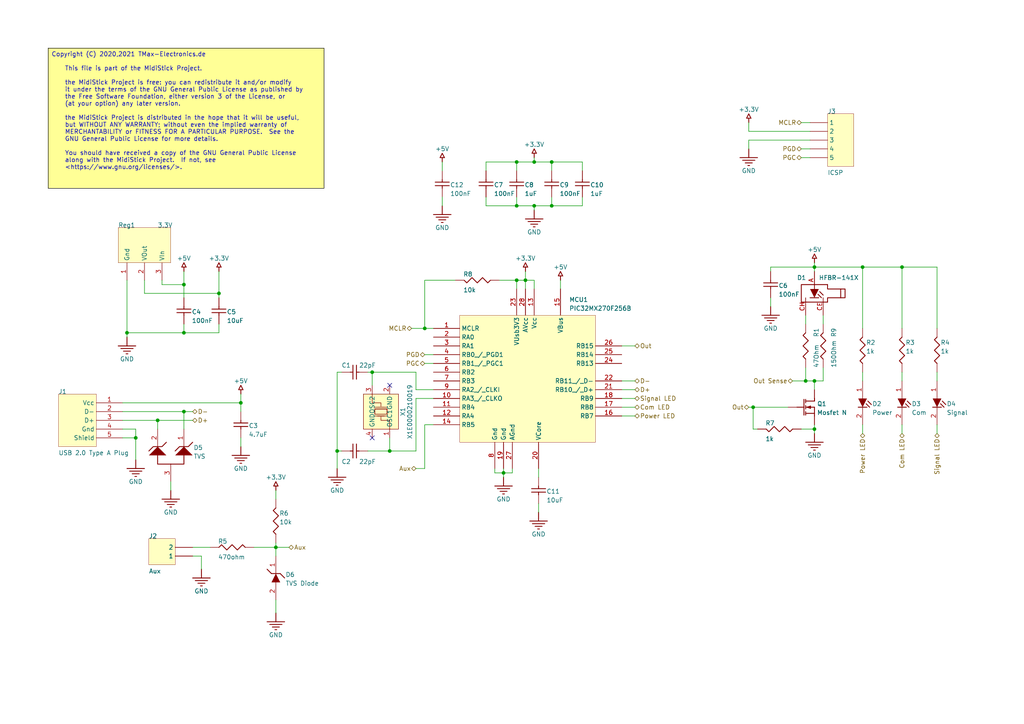
<source format=kicad_sch>
(kicad_sch (version 20231120) (generator "eeschema") (generator_version "8.0")
  (paper "A4")
  (title_block (title "Midi Stick") (date "2024-06-20") (rev "1.3") (company "Sternenlabor e. V.") (comment 1 " André Fiedler <mail@andrefiedler.de>"))
  (junction (at 154.94 59.69))
  (junction (at 149.86 59.69))
  (junction (at 69.85 116.84))
  (junction (at 53.34 82.55))
  (junction (at 152.4 81.28))
  (junction (at 63.5 85.09))
  (junction (at 146.05 137.16))
  (junction (at 53.34 119.38))
  (junction (at 149.86 46.99))
  (junction (at 218.44 118.11))
  (junction (at 160.02 46.99))
  (junction (at 45.72 121.92))
  (junction (at 80.01 158.75))
  (junction (at 107.95 107.95))
  (junction (at 236.22 77.47))
  (junction (at 154.94 46.99))
  (junction (at 236.22 110.49))
  (junction (at 250.19 77.47))
  (junction (at 53.34 96.52))
  (junction (at 97.79 130.81))
  (junction (at 236.22 124.46))
  (junction (at 36.83 96.52))
  (junction (at 113.03 130.81))
  (junction (at 160.02 59.69))
  (junction (at 39.37 127))
  (junction (at 233.68 110.49))
  (junction (at 149.86 81.28))
  (junction (at 261.62 77.47))
  (junction (at 123.19 95.25))
  (no_connect (at 107.95 127))
  (no_connect (at 113.03 111.76))
  (wire (pts (xy 63.5 78.74) (xy 63.5 85.09)))
  (wire (pts (xy 97.79 130.81) (xy 99.06 130.81)))
  (wire (pts (xy 156.21 148.59) (xy 156.21 146.05)))
  (wire (pts (xy 168.91 59.69) (xy 168.91 57.15)))
  (wire (pts (xy 148.59 137.16) (xy 148.59 135.89)))
  (wire (pts (xy 154.94 46.99) (xy 160.02 46.99)))
  (wire (pts (xy 144.78 81.28) (xy 149.86 81.28)))
  (wire (pts (xy 143.51 137.16) (xy 146.05 137.16)))
  (wire (pts (xy 63.5 93.98) (xy 63.5 96.52)))
  (wire (pts (xy 123.19 95.25) (xy 125.73 95.25)))
  (wire (pts (xy 236.22 78.74) (xy 236.22 77.47)))
  (wire (pts (xy 123.19 102.87) (xy 125.73 102.87)))
  (wire (pts (xy 45.72 124.46) (xy 45.72 121.92)))
  (wire (pts (xy 250.19 125.73) (xy 250.19 123.19)))
  (wire (pts (xy 80.01 177.8) (xy 80.01 173.99)))
  (wire (pts (xy 69.85 116.84) (xy 69.85 114.3)))
  (wire (pts (xy 223.52 77.47) (xy 236.22 77.47)))
  (wire (pts (xy 55.88 158.75) (xy 60.96 158.75)))
  (wire (pts (xy 63.5 85.09) (xy 63.5 86.36)))
  (wire (pts (xy 250.19 77.47) (xy 261.62 77.47)))
  (wire (pts (xy 140.97 46.99) (xy 140.97 49.53)))
  (wire (pts (xy 80.01 161.29) (xy 80.01 158.75)))
  (wire (pts (xy 152.4 81.28) (xy 149.86 81.28)))
  (wire (pts (xy 146.05 137.16) (xy 148.59 137.16)))
  (wire (pts (xy 106.68 130.81) (xy 113.03 130.81)))
  (wire (pts (xy 128.27 57.15) (xy 128.27 59.69)))
  (wire (pts (xy 236.22 125.73) (xy 236.22 124.46)))
  (wire (pts (xy 236.22 124.46) (xy 236.22 123.19)))
  (wire (pts (xy 152.4 81.28) (xy 154.94 81.28)))
  (wire (pts (xy 146.05 137.16) (xy 146.05 138.43)))
  (wire (pts (xy 140.97 57.15) (xy 140.97 59.69)))
  (wire (pts (xy 219.71 124.46) (xy 218.44 124.46)))
  (wire (pts (xy 154.94 59.69) (xy 160.02 59.69)))
  (wire (pts (xy 53.34 82.55) (xy 53.34 78.74)))
  (wire (pts (xy 271.78 107.95) (xy 271.78 110.49)))
  (wire (pts (xy 152.4 78.74) (xy 152.4 81.28)))
  (wire (pts (xy 35.56 116.84) (xy 69.85 116.84)))
  (wire (pts (xy 184.15 110.49) (xy 180.34 110.49)))
  (wire (pts (xy 120.65 135.89) (xy 123.19 135.89)))
  (wire (pts (xy 63.5 96.52) (xy 53.34 96.52)))
  (wire (pts (xy 271.78 77.47) (xy 271.78 95.25)))
  (wire (pts (xy 107.95 107.95) (xy 106.68 107.95)))
  (wire (pts (xy 53.34 96.52) (xy 36.83 96.52)))
  (wire (pts (xy 238.76 110.49) (xy 238.76 106.68)))
  (wire (pts (xy 160.02 46.99) (xy 160.02 49.53)))
  (wire (pts (xy 119.38 95.25) (xy 123.19 95.25)))
  (wire (pts (xy 180.34 118.11) (xy 184.15 118.11)))
  (wire (pts (xy 162.56 83.82) (xy 162.56 81.28)))
  (wire (pts (xy 217.17 118.11) (xy 218.44 118.11)))
  (wire (pts (xy 154.94 81.28) (xy 154.94 83.82)))
  (wire (pts (xy 123.19 105.41) (xy 125.73 105.41)))
  (wire (pts (xy 69.85 116.84) (xy 69.85 119.38)))
  (wire (pts (xy 250.19 110.49) (xy 250.19 107.95)))
  (wire (pts (xy 97.79 135.89) (xy 97.79 130.81)))
  (wire (pts (xy 232.41 43.18) (xy 234.95 43.18)))
  (wire (pts (xy 250.19 77.47) (xy 250.19 95.25)))
  (wire (pts (xy 184.15 115.57) (xy 180.34 115.57)))
  (wire (pts (xy 261.62 123.19) (xy 261.62 125.73)))
  (wire (pts (xy 160.02 46.99) (xy 168.91 46.99)))
  (wire (pts (xy 125.73 113.03) (xy 120.65 113.03)))
  (wire (pts (xy 233.68 106.68) (xy 233.68 110.49)))
  (wire (pts (xy 39.37 127) (xy 39.37 124.46)))
  (wire (pts (xy 156.21 135.89) (xy 156.21 138.43)))
  (wire (pts (xy 233.68 110.49) (xy 236.22 110.49)))
  (wire (pts (xy 184.15 113.03) (xy 180.34 113.03)))
  (wire (pts (xy 217.17 43.18) (xy 217.17 40.64)))
  (wire (pts (xy 271.78 123.19) (xy 271.78 125.73)))
  (wire (pts (xy 149.86 46.99) (xy 149.86 49.53)))
  (wire (pts (xy 69.85 129.54) (xy 69.85 127)))
  (wire (pts (xy 123.19 123.19) (xy 125.73 123.19)))
  (wire (pts (xy 36.83 96.52) (xy 36.83 97.79)))
  (wire (pts (xy 160.02 57.15) (xy 160.02 59.69)))
  (wire (pts (xy 218.44 124.46) (xy 218.44 118.11)))
  (wire (pts (xy 128.27 49.53) (xy 128.27 46.99)))
  (wire (pts (xy 261.62 77.47) (xy 271.78 77.47)))
  (wire (pts (xy 234.95 35.56) (xy 232.41 35.56)))
  (wire (pts (xy 236.22 77.47) (xy 250.19 77.47)))
  (wire (pts (xy 41.91 85.09) (xy 41.91 81.28)))
  (wire (pts (xy 149.86 59.69) (xy 154.94 59.69)))
  (wire (pts (xy 80.01 158.75) (xy 80.01 157.48)))
  (wire (pts (xy 80.01 142.24) (xy 80.01 144.78)))
  (wire (pts (xy 184.15 120.65) (xy 180.34 120.65)))
  (wire (pts (xy 58.42 161.29) (xy 55.88 161.29)))
  (wire (pts (xy 149.86 46.99) (xy 140.97 46.99)))
  (wire (pts (xy 35.56 119.38) (xy 53.34 119.38)))
  (wire (pts (xy 39.37 133.35) (xy 39.37 127)))
  (wire (pts (xy 73.66 158.75) (xy 80.01 158.75)))
  (wire (pts (xy 35.56 127) (xy 39.37 127)))
  (wire (pts (xy 223.52 88.9) (xy 223.52 86.36)))
  (wire (pts (xy 132.08 81.28) (xy 123.19 81.28)))
  (wire (pts (xy 217.17 38.1) (xy 234.95 38.1)))
  (wire (pts (xy 53.34 93.98) (xy 53.34 96.52)))
  (wire (pts (xy 107.95 107.95) (xy 107.95 111.76)))
  (wire (pts (xy 154.94 59.69) (xy 154.94 60.96)))
  (wire (pts (xy 152.4 81.28) (xy 152.4 83.82)))
  (wire (pts (xy 46.99 81.28) (xy 46.99 82.55)))
  (wire (pts (xy 63.5 85.09) (xy 41.91 85.09)))
  (wire (pts (xy 53.34 124.46) (xy 53.34 119.38)))
  (wire (pts (xy 45.72 121.92) (xy 55.88 121.92)))
  (wire (pts (xy 184.15 100.33) (xy 180.34 100.33)))
  (wire (pts (xy 97.79 107.95) (xy 99.06 107.95)))
  (wire (pts (xy 39.37 124.46) (xy 35.56 124.46)))
  (wire (pts (xy 218.44 118.11) (xy 228.6 118.11)))
  (wire (pts (xy 49.53 142.24) (xy 49.53 139.7)))
  (wire (pts (xy 120.65 130.81) (xy 120.65 115.57)))
  (wire (pts (xy 146.05 135.89) (xy 146.05 137.16)))
  (wire (pts (xy 233.68 91.44) (xy 233.68 93.98)))
  (wire (pts (xy 160.02 59.69) (xy 168.91 59.69)))
  (wire (pts (xy 53.34 119.38) (xy 55.88 119.38)))
  (wire (pts (xy 143.51 135.89) (xy 143.51 137.16)))
  (wire (pts (xy 97.79 130.81) (xy 97.79 107.95)))
  (wire (pts (xy 120.65 115.57) (xy 125.73 115.57)))
  (wire (pts (xy 140.97 59.69) (xy 149.86 59.69)))
  (wire (pts (xy 149.86 81.28) (xy 149.86 83.82)))
  (wire (pts (xy 232.41 124.46) (xy 236.22 124.46)))
  (wire (pts (xy 238.76 93.98) (xy 238.76 91.44)))
  (wire (pts (xy 123.19 135.89) (xy 123.19 123.19)))
  (wire (pts (xy 236.22 110.49) (xy 238.76 110.49)))
  (wire (pts (xy 261.62 107.95) (xy 261.62 110.49)))
  (wire (pts (xy 58.42 165.1) (xy 58.42 161.29)))
  (wire (pts (xy 46.99 82.55) (xy 53.34 82.55)))
  (wire (pts (xy 113.03 130.81) (xy 120.65 130.81)))
  (wire (pts (xy 123.19 81.28) (xy 123.19 95.25)))
  (wire (pts (xy 36.83 81.28) (xy 36.83 96.52)))
  (wire (pts (xy 120.65 113.03) (xy 120.65 107.95)))
  (wire (pts (xy 261.62 77.47) (xy 261.62 95.25)))
  (wire (pts (xy 223.52 78.74) (xy 223.52 77.47)))
  (wire (pts (xy 236.22 76.2) (xy 236.22 77.47)))
  (wire (pts (xy 35.56 121.92) (xy 45.72 121.92)))
  (wire (pts (xy 149.86 57.15) (xy 149.86 59.69)))
  (wire (pts (xy 234.95 45.72) (xy 232.41 45.72)))
  (wire (pts (xy 168.91 46.99) (xy 168.91 49.53)))
  (wire (pts (xy 154.94 45.72) (xy 154.94 46.99)))
  (wire (pts (xy 83.82 158.75) (xy 80.01 158.75)))
  (wire (pts (xy 53.34 82.55) (xy 53.34 86.36)))
  (wire (pts (xy 236.22 110.49) (xy 236.22 113.03)))
  (wire (pts (xy 217.17 35.56) (xy 217.17 38.1)))
  (wire (pts (xy 107.95 107.95) (xy 120.65 107.95)))
  (wire (pts (xy 217.17 40.64) (xy 234.95 40.64)))
  (wire (pts (xy 229.87 110.49) (xy 233.68 110.49)))
  (wire (pts (xy 113.03 127) (xy 113.03 130.81)))
  (wire (pts (xy 154.94 46.99) (xy 149.86 46.99)))
  (text_box "Copyright (C) 2020,2021 TMax-Electronics.de\n   \n    This file is part of the MidiStick Project.\n\n    the MidiStick Project is free: you can redistribute it and/or modify\n    it under the terms of the GNU General Public License as published by\n    the Free Software Foundation, either version 3 of the License, or\n    (at your option) any later version.\n\n    the MidiStick Project is distributed in the hope that it will be useful,\n    but WITHOUT ANY WARRANTY; without even the implied warranty of\n    MERCHANTABILITY or FITNESS FOR A PARTICULAR PURPOSE.  See the\n    GNU General Public License for more details.\n\n    You should have received a copy of the GNU General Public License\n    along with the MidiStick Project.  If not, see \n    <https://www.gnu.org/licenses/>.\n    " (at 13.97 13.97 0) (size 80.01 40.64) (stroke (width 0) (color 0 0 0 1)) (fill (type color) (color 255 255 150 1)) (effects (font (size 1.27 1.27)) (justify left top)))
  (hierarchical_label "D-" (shape bidirectional) (at 55.88 119.38 0))
  (hierarchical_label "D+" (shape bidirectional) (at 184.15 113.03 0))
  (hierarchical_label "Aux" (shape bidirectional) (at 83.82 158.75 0))
  (hierarchical_label "Com LED" (shape bidirectional) (at 184.15 118.11 0))
  (hierarchical_label "Com LED" (shape bidirectional) (at 261.62 125.73 270))
  (hierarchical_label "Power LED" (shape bidirectional) (at 184.15 120.65 0))
  (hierarchical_label "PGC" (shape bidirectional) (at 232.41 45.72 180))
  (hierarchical_label "Out" (shape bidirectional) (at 217.17 118.11 180))
  (hierarchical_label "Signal LED" (shape bidirectional) (at 184.15 115.57 0))
  (hierarchical_label "Out" (shape bidirectional) (at 184.15 100.33 0))
  (hierarchical_label "MCLR" (shape bidirectional) (at 232.41 35.56 180))
  (hierarchical_label "PGD" (shape bidirectional) (at 123.19 102.87 180))
  (hierarchical_label "Out Sense" (shape bidirectional) (at 229.87 110.49 180))
  (hierarchical_label "Aux" (shape bidirectional) (at 120.65 135.89 180))
  (hierarchical_label "PGD" (shape bidirectional) (at 232.41 43.18 180))
  (hierarchical_label "D+" (shape bidirectional) (at 55.88 121.92 0))
  (hierarchical_label "MCLR" (shape bidirectional) (at 119.38 95.25 180))
  (hierarchical_label "PGC" (shape bidirectional) (at 123.19 105.41 180))
  (hierarchical_label "Power LED" (shape bidirectional) (at 250.19 125.73 270))
  (hierarchical_label "Signal LED" (shape bidirectional) (at 271.78 125.73 270))
  (hierarchical_label "D-" (shape bidirectional) (at 184.15 110.49 0))
  (symbol (lib_id "Midi Stick-altium-import:root_1_Resistor") (at 261.62 101.6 0) (unit 1)
    (property "Reference" "R3" (at 262.636 100.076 0) (effects (justify left bottom)))
    (property "Value" "1k" (at 262.636 102.616 0) (effects (justify left bottom)))
    (property "Footprint" "Resistor_SMD:R_0603_1608Metric" (effects (hide yes)))
    (property "SUPPLIER 1" "Digi-Key" (effects (hide yes)))
    (property "SUPPLIER 2" "Digi-Key" (effects (hide yes)))
    (property "SUPPLIER PART NUMBER 1" "RHM10DCT-ND" (effects (hide yes)))
    (property "SUPPLIER PART NUMBER 2" "696-1834-1-ND" (effects (hide yes)))
    (property "SUPPLIER 3" "Digi-Key" (effects (hide yes)))
    (property "SUPPLIER 4" "Digi-Key" (effects (hide yes)))
    (property "SUPPLIER 5" "Digi-Key" (effects (hide yes)))
    (property "SUPPLIER 6" "Digi-Key" (effects (hide yes)))
    (property "SUPPLIER 7" "Digi-Key" (effects (hide yes)))
    (property "SUPPLIER PART NUMBER 3" "RMCF0603JT3K90CT-ND" (effects (hide yes)))
    (property "SUPPLIER PART NUMBER 5" "RHM100DCT-ND" (effects (hide yes)))
    (property "SUPPLIER PART NUMBER 6" "RMCF0603FT54K9CT-ND" (effects (hide yes)))
    (property "SUPPLIER PART NUMBER 7" "RMCF0603FT40K2CT-ND" (effects (hide yes)))
    (property "SUPPLIER PART NUMBER 4" "RHM1.0KDCT-ND" (effects (hide yes)))
    (property "SUPPLIER 8" "Digi-Key" (effects (hide yes)))
    (property "SUPPLIER 9" "Digi-Key" (effects (hide yes)))
    (property "SUPPLIER 10" "Digi-Key" (effects (hide yes)))
    (property "SUPPLIER 11" "Digi-Key" (effects (hide yes)))
    (property "SUPPLIER PART NUMBER 10" "311-200JRCT-ND" (effects (hide yes)))
    (property "SUPPLIER PART NUMBER 11" "311-300JRCT-ND" (effects (hide yes)))
    (property "SUPPLIER PART NUMBER 8" "P200LCT-ND" (effects (hide yes)))
    (property "SUPPLIER PART NUMBER 9" "311-1.0KJRCT-ND" (effects (hide yes)))
    (property "SUPPLIER 12" "Digi-Key" (effects (hide yes)))
    (property "SUPPLIER 13" "Digi-Key" (effects (hide yes)))
    (property "SUPPLIER 14" "Digi-Key" (effects (hide yes)))
    (property "SUPPLIER 15" "Digi-Key" (effects (hide yes)))
    (property "SUPPLIER 16" "Digi-Key" (effects (hide yes)))
    (property "SUPPLIER 17" "Digi-Key" (effects (hide yes)))
    (property "SUPPLIER PART NUMBER 12" "YAG3356CT-ND" (effects (hide yes)))
    (property "SUPPLIER PART NUMBER 13" "311-220GRCT-ND" (effects (hide yes)))
    (property "SUPPLIER PART NUMBER 14" "311-220KGRCT-ND" (effects (hide yes)))
    (property "SUPPLIER PART NUMBER 15" "311-1.0KGRCT-ND" (effects (hide yes)))
    (property "SUPPLIER PART NUMBER 16" "311-200KHRCT-ND" (effects (hide yes)))
    (property "SUPPLIER PART NUMBER 17" "A102451-ND" (effects (hide yes)))
    (property "SUPPLIER 18" "Digi-Key" (effects (hide yes)))
    (property "SUPPLIER PART NUMBER 18" "311-2.00KHRCT-ND" (effects (hide yes)))
    (property "SUPPLIER 19" "Digi-Key" (effects (hide yes)))
    (property "SUPPLIER PART NUMBER 19" "311-10KGRCT-ND" (effects (hide yes)))
    (property "SUPPLIER 20" "Digi-Key" (effects (hide yes)))
    (property "SUPPLIER 21" "Digi-Key" (effects (hide yes)))
    (property "SUPPLIER 22" "Digi-Key" (effects (hide yes)))
    (property "SUPPLIER 23" "Digi-Key" (effects (hide yes)))
    (property "SUPPLIER 24" "Digi-Key" (effects (hide yes)))
    (property "SUPPLIER 25" "Digi-Key" (effects (hide yes)))
    (property "SUPPLIER 26" "Digi-Key" (effects (hide yes)))
    (property "SUPPLIER 27" "Digi-Key" (effects (hide yes)))
    (property "SUPPLIER 28" "Digi-Key" (effects (hide yes)))
    (property "SUPPLIER 29" "Digi-Key" (effects (hide yes)))
    (property "SUPPLIER PART NUMBER 29" "311-499KLRCT-ND" (effects (hide yes)))
    (property "SUPPLIER PART NUMBER 28" "311-200KJRCT-ND" (effects (hide yes)))
    (property "SUPPLIER PART NUMBER 26" "YAG3226CT-ND" (effects (hide yes)))
    (property "SUPPLIER PART NUMBER 20" "311-1.00LRCT-ND" (effects (hide yes)))
    (property "SUPPLIER PART NUMBER 25" "311-12KJRCT-ND" (effects (hide yes)))
    (property "SUPPLIER PART NUMBER 24" "311-10.0KLRCT-ND" (effects (hide yes)))
    (property "SUPPLIER PART NUMBER 23" "311-4.7KJRCT-ND" (effects (hide yes)))
    (property "SUPPLIER PART NUMBER 22" "311-2.2KJRCT-ND" (effects (hide yes)))
    (property "SUPPLIER PART NUMBER 21" "311-220JRCT-ND" (effects (hide yes)))
    (property "SUPPLIER PART NUMBER 27" "311-75KJRCT-ND" (effects (hide yes)))
    (property "SUPPLIER 30" "Digi-Key" (effects (hide yes)))
    (property "SUPPLIER 31" "Digi-Key" (effects (hide yes)))
    (property "SUPPLIER 32" "Digi-Key" (effects (hide yes)))
    (property "SUPPLIER PART NUMBER 32" "541-3127-6-ND" (effects (hide yes)))
    (property "SUPPLIER PART NUMBER 31" "696-1677-1-ND" (effects (hide yes)))
    (property "SUPPLIER PART NUMBER 30" "YAG6087CT-ND" (effects (hide yes)))
    (property "SUPPLIER 33" "Digi-Key" (effects (hide yes)))
    (property "SUPPLIER 34" "Digi-Key" (effects (hide yes)))
    (property "SUPPLIER 35" "Digi-Key" (effects (hide yes)))
    (property "SUPPLIER 36" "Digi-Key" (effects (hide yes)))
    (property "SUPPLIER 37" "Digi-Key" (effects (hide yes)))
    (property "SUPPLIER 38" "Digi-Key" (effects (hide yes)))
    (property "SUPPLIER 39" "Digi-Key" (effects (hide yes)))
    (property "SUPPLIER 40" "Digi-Key" (effects (hide yes)))
    (property "SUPPLIER 41" "Digi-Key" (effects (hide yes)))
    (property "SUPPLIER 42" "Arrow" (effects (hide yes)))
    (property "SUPPLIER PART NUMBER 33" "311-47.0HRCT-ND" (effects (hide yes)))
    (property "SUPPLIER PART NUMBER 34" "311-470HRCT-ND" (effects (hide yes)))
    (property "SUPPLIER PART NUMBER 37" "311-5.23KHRCT-ND" (effects (hide yes)))
    (property "SUPPLIER PART NUMBER 36" "311-100KGRCT-ND" (effects (hide yes)))
    (property "SUPPLIER PART NUMBER 35" "311-470KGRCT-ND" (effects (hide yes)))
    (property "SUPPLIER PART NUMBER 38" "311-52.3KHRCT-ND" (effects (hide yes)))
    (property "SUPPLIER PART NUMBER 39" "311-22KGRCT-ND" (effects (hide yes)))
    (property "SUPPLIER PART NUMBER 41" "311-7.15KHRCT-ND" (effects (hide yes)))
    (property "SUPPLIER PART NUMBER 42" "RC0603FR-072K2L" (effects (hide yes)))
    (property "SUPPLIER PART NUMBER 40" "311-15.8KHRCT-ND" (effects (hide yes)))
  )
  (symbol (lib_id "Midi Stick-altium-import:root_0_mirrored_USB 2.0 Type A Plug") (at 27.94 121.92 0) (unit 1)
    (property "Reference" "J1" (at 16.967 114.3 0) (effects (justify left bottom)))
    (property "Value" "USB 2.0 Type A Plug" (at 16.967 132.08 0) (effects (justify left bottom)))
    (property "Footprint" "Connector_USB:USB_A_Molex_48037-2200_Horizontal" (effects (hide yes)))
    (property "SUPPLIER PART NUMBER 1" "102-3996-ND" (effects (hide yes)))
    (property "SUPPLIER 1" "Digi-Key" (effects (hide yes)))
  )
  (symbol (lib_id "Midi Stick-altium-import:root_2_Header 2") (at 50.8 163.83 0) (unit 1)
    (property "Reference" "J2" (at 43.18 156.21 0) (effects (justify left bottom)))
    (property "Value" "Aux" (at 43.18 166.37 0) (effects (justify left bottom)))
    (property "Footprint" "Connector_PinSocket_2.54mm:PinSocket_1x02_P2.54mm_Vertical" (effects (hide yes)))
    (property "Description" "Header, 2-Pin" (effects (hide yes)))
    (property "LATESTREVISIONDATE" "17-Jul-2002" (effects (hide yes)))
    (property "LATESTREVISIONNOTE" "Re-released for DXP Platform." (effects (hide yes)))
    (property "PUBLISHER" "Altium Limited" (effects (hide yes)))
  )
  (symbol (lib_id "Midi Stick-altium-import:root_0_TVS Diode") (at 80.01 167.64 0) (unit 1)
    (property "Reference" "D6" (at 82.804 167.386 0) (effects (justify left bottom)))
    (property "Value" "TVS Diode" (at 82.804 169.926 0) (effects (justify left bottom)))
    (property "Footprint" "Diode_SMD:D_0603_1608Metric" (effects (hide yes)))
    (property "SUPPLIER 1" "Digi-Key" (effects (hide yes)))
    (property "SUPPLIER PART NUMBER 1" "UCLAMP3301HCT-ND" (effects (hide yes)))
  )
  (symbol (lib_id "Midi Stick-altium-import:GND_POWER_GROUND") (at 236.22 125.73 0) (unit 1)
    (property "Reference" "#PWR024" (effects (hide yes)))
    (property "Value" "GND" (at 236.22 132.08 0))
  )
  (symbol (lib_id "Midi Stick-altium-import:root_1_Cap") (at 140.97 53.34 0) (unit 1)
    (property "Reference" "C7" (at 143.256 54.356 0) (effects (justify left bottom)))
    (property "Value" "100nF" (at 143.256 56.896 0) (effects (justify left bottom)))
    (property "Footprint" "Capacitor_SMD:C_0603_1608Metric" (effects (hide yes)))
    (property "SUPPLIER 1" "Digi-Key" (effects (hide yes)))
    (property "SUPPLIER 2" "Digi-Key" (effects (hide yes)))
    (property "SUPPLIER 3" "Digi-Key" (effects (hide yes)))
    (property "SUPPLIER PART NUMBER 1" "1276-2044-1-ND" (effects (hide yes)))
    (property "SUPPLIER PART NUMBER 2" "1276-1018-1-ND" (effects (hide yes)))
    (property "SUPPLIER PART NUMBER 3" "1276-1182-1-ND" (effects (hide yes)))
    (property "SUPPLIER 4" "Digi-Key" (effects (hide yes)))
    (property "SUPPLIER 5" "Digi-Key" (effects (hide yes)))
    (property "SUPPLIER 6" "Digi-Key" (effects (hide yes)))
    (property "SUPPLIER 7" "Digi-Key" (effects (hide yes)))
    (property "SUPPLIER 8" "Digi-Key" (effects (hide yes)))
    (property "SUPPLIER 9" "Digi-Key" (effects (hide yes)))
    (property "SUPPLIER PART NUMBER 4" "1276-1009-1-ND" (effects (hide yes)))
    (property "SUPPLIER PART NUMBER 5" "1276-1098-1-ND" (effects (hide yes)))
    (property "SUPPLIER PART NUMBER 6" "1276-1119-1-ND" (effects (hide yes)))
    (property "SUPPLIER PART NUMBER 7" "490-12737-1-ND" (effects (hide yes)))
    (property "SUPPLIER PART NUMBER 9" "587-1249-1-ND" (effects (hide yes)))
    (property "SUPPLIER PART NUMBER 8" "1276-1183-1-ND" (effects (hide yes)))
    (property "SUPPLIER 10" "Digi-Key" (effects (hide yes)))
    (property "SUPPLIER 11" "Digi-Key" (effects (hide yes)))
    (property "SUPPLIER 12" "Digi-Key" (effects (hide yes)))
    (property "SUPPLIER 13" "Digi-Key" (effects (hide yes)))
    (property "SUPPLIER PART NUMBER 10" "1276-CL10B104KB8NNNLCT-ND" (effects (hide yes)))
    (property "SUPPLIER PART NUMBER 11" "399-1085-1-ND" (effects (hide yes)))
    (property "SUPPLIER PART NUMBER 13" "587-2985-1-ND" (effects (hide yes)))
    (property "SUPPLIER PART NUMBER 12" "1276-1021-1-ND" (effects (hide yes)))
    (property "SUPPLIER 14" "Digi-Key" (effects (hide yes)))
    (property "SUPPLIER 15" "Digi-Key" (effects (hide yes)))
    (property "SUPPLIER 16" "Digi-Key" (effects (hide yes)))
    (property "SUPPLIER 17" "Digi-Key" (effects (hide yes)))
    (property "SUPPLIER 18" "Digi-Key" (effects (hide yes)))
    (property "SUPPLIER 19" "Digi-Key" (effects (hide yes)))
    (property "SUPPLIER PART NUMBER 14" "490-14603-1-ND" (effects (hide yes)))
    (property "SUPPLIER PART NUMBER 15" "311-3700-1-ND" (effects (hide yes)))
    (property "SUPPLIER PART NUMBER 16" "311-1042-1-ND" (effects (hide yes)))
    (property "SUPPLIER PART NUMBER 17" "311-1415-1-ND" (effects (hide yes)))
    (property "SUPPLIER PART NUMBER 19" "587-4321-1-ND" (effects (hide yes)))
    (property "SUPPLIER PART NUMBER 18" "1276-1907-1-ND" (effects (hide yes)))
    (property "SUPPLIER 20" "Digi-Key" (effects (hide yes)))
    (property "SUPPLIER 21" "Digi-Key" (effects (hide yes)))
    (property "SUPPLIER 22" "Digi-Key" (effects (hide yes)))
    (property "SUPPLIER PART NUMBER 20" "1276-6767-1-ND" (effects (hide yes)))
    (property "SUPPLIER PART NUMBER 21" "1276-7060-1-ND" (effects (hide yes)))
    (property "SUPPLIER PART NUMBER 22" "311-1084-1-ND" (effects (hide yes)))
  )
  (symbol (lib_id "Midi Stick-altium-import:GND_POWER_GROUND") (at 97.79 135.89 0) (unit 1)
    (property "Reference" "#PWR011" (effects (hide yes)))
    (property "Value" "GND" (at 97.79 142.24 0))
  )
  (symbol (lib_id "Midi Stick-altium-import:GND_POWER_GROUND") (at 58.42 165.1 0) (unit 1)
    (property "Reference" "#PWR05" (effects (hide yes)))
    (property "Value" "GND" (at 58.42 171.45 0))
  )
  (symbol (lib_id "Midi Stick-altium-import:root_3_LED") (at 261.62 118.11 0) (unit 1)
    (property "Reference" "D3" (at 264.414 117.856 0) (effects (justify left bottom)))
    (property "Value" "Com" (at 264.414 120.396 0) (effects (justify left bottom)))
    (property "Footprint" "LED_SMD:LED_0603_1608Metric" (effects (hide yes)))
    (property "SUPPLIER 1" "Digi-Key" (effects (hide yes)))
    (property "SUPPLIER 2" "Digi-Key" (effects (hide yes)))
    (property "SUPPLIER 3" "Digi-Key" (effects (hide yes)))
    (property "SUPPLIER 4" "Digi-Key" (effects (hide yes)))
    (property "SUPPLIER PART NUMBER 1" "732-4979-1-ND" (effects (hide yes)))
    (property "SUPPLIER PART NUMBER 2" "732-4971-1-ND" (effects (hide yes)))
    (property "SUPPLIER PART NUMBER 3" "732-4966-1-ND" (effects (hide yes)))
    (property "SUPPLIER PART NUMBER 4" "732-4981-1-ND" (effects (hide yes)))
  )
  (symbol (lib_id "Midi Stick-altium-import:root_1_Cap") (at 223.52 82.55 0) (unit 1)
    (property "Reference" "C6" (at 225.806 83.566 0) (effects (justify left bottom)))
    (property "Value" "100nF" (at 225.806 86.106 0) (effects (justify left bottom)))
    (property "Footprint" "Capacitor_SMD:C_0603_1608Metric" (effects (hide yes)))
    (property "SUPPLIER 1" "Digi-Key" (effects (hide yes)))
    (property "SUPPLIER 2" "Digi-Key" (effects (hide yes)))
    (property "SUPPLIER 3" "Digi-Key" (effects (hide yes)))
    (property "SUPPLIER PART NUMBER 1" "1276-2044-1-ND" (effects (hide yes)))
    (property "SUPPLIER PART NUMBER 2" "1276-1018-1-ND" (effects (hide yes)))
    (property "SUPPLIER PART NUMBER 3" "1276-1182-1-ND" (effects (hide yes)))
    (property "SUPPLIER 4" "Digi-Key" (effects (hide yes)))
    (property "SUPPLIER 5" "Digi-Key" (effects (hide yes)))
    (property "SUPPLIER 6" "Digi-Key" (effects (hide yes)))
    (property "SUPPLIER 7" "Digi-Key" (effects (hide yes)))
    (property "SUPPLIER 8" "Digi-Key" (effects (hide yes)))
    (property "SUPPLIER 9" "Digi-Key" (effects (hide yes)))
    (property "SUPPLIER PART NUMBER 4" "1276-1009-1-ND" (effects (hide yes)))
    (property "SUPPLIER PART NUMBER 5" "1276-1098-1-ND" (effects (hide yes)))
    (property "SUPPLIER PART NUMBER 6" "1276-1119-1-ND" (effects (hide yes)))
    (property "SUPPLIER PART NUMBER 7" "490-12737-1-ND" (effects (hide yes)))
    (property "SUPPLIER PART NUMBER 9" "587-1249-1-ND" (effects (hide yes)))
    (property "SUPPLIER PART NUMBER 8" "1276-1183-1-ND" (effects (hide yes)))
    (property "SUPPLIER 10" "Digi-Key" (effects (hide yes)))
    (property "SUPPLIER 11" "Digi-Key" (effects (hide yes)))
    (property "SUPPLIER 12" "Digi-Key" (effects (hide yes)))
    (property "SUPPLIER 13" "Digi-Key" (effects (hide yes)))
    (property "SUPPLIER PART NUMBER 10" "1276-CL10B104KB8NNNLCT-ND" (effects (hide yes)))
    (property "SUPPLIER PART NUMBER 11" "399-1085-1-ND" (effects (hide yes)))
    (property "SUPPLIER PART NUMBER 13" "587-2985-1-ND" (effects (hide yes)))
    (property "SUPPLIER PART NUMBER 12" "1276-1021-1-ND" (effects (hide yes)))
    (property "SUPPLIER 14" "Digi-Key" (effects (hide yes)))
    (property "SUPPLIER 15" "Digi-Key" (effects (hide yes)))
    (property "SUPPLIER 16" "Digi-Key" (effects (hide yes)))
    (property "SUPPLIER 17" "Digi-Key" (effects (hide yes)))
    (property "SUPPLIER 18" "Digi-Key" (effects (hide yes)))
    (property "SUPPLIER 19" "Digi-Key" (effects (hide yes)))
    (property "SUPPLIER PART NUMBER 14" "490-14603-1-ND" (effects (hide yes)))
    (property "SUPPLIER PART NUMBER 15" "311-3700-1-ND" (effects (hide yes)))
    (property "SUPPLIER PART NUMBER 16" "311-1042-1-ND" (effects (hide yes)))
    (property "SUPPLIER PART NUMBER 17" "311-1415-1-ND" (effects (hide yes)))
    (property "SUPPLIER PART NUMBER 19" "587-4321-1-ND" (effects (hide yes)))
    (property "SUPPLIER PART NUMBER 18" "1276-1907-1-ND" (effects (hide yes)))
    (property "SUPPLIER 20" "Digi-Key" (effects (hide yes)))
    (property "SUPPLIER 21" "Digi-Key" (effects (hide yes)))
    (property "SUPPLIER 22" "Digi-Key" (effects (hide yes)))
    (property "SUPPLIER PART NUMBER 20" "1276-6767-1-ND" (effects (hide yes)))
    (property "SUPPLIER PART NUMBER 21" "1276-7060-1-ND" (effects (hide yes)))
    (property "SUPPLIER PART NUMBER 22" "311-1084-1-ND" (effects (hide yes)))
  )
  (symbol (lib_id "Midi Stick-altium-import:root_0_Cap") (at 102.87 130.81 0) (unit 1)
    (property "Reference" "C2" (at 99.06 134.62 0) (effects (justify left bottom)))
    (property "Value" "22pF" (at 104.14 134.62 0) (effects (justify left bottom)))
    (property "Footprint" "Capacitor_SMD:C_0603_1608Metric" (effects (hide yes)))
    (property "SUPPLIER 1" "Digi-Key" (effects (hide yes)))
    (property "SUPPLIER 2" "Digi-Key" (effects (hide yes)))
    (property "SUPPLIER 3" "Digi-Key" (effects (hide yes)))
    (property "SUPPLIER PART NUMBER 1" "1276-2044-1-ND" (effects (hide yes)))
    (property "SUPPLIER PART NUMBER 2" "1276-1018-1-ND" (effects (hide yes)))
    (property "SUPPLIER PART NUMBER 3" "1276-1182-1-ND" (effects (hide yes)))
    (property "SUPPLIER 4" "Digi-Key" (effects (hide yes)))
    (property "SUPPLIER 5" "Digi-Key" (effects (hide yes)))
    (property "SUPPLIER 6" "Digi-Key" (effects (hide yes)))
    (property "SUPPLIER 7" "Digi-Key" (effects (hide yes)))
    (property "SUPPLIER 8" "Digi-Key" (effects (hide yes)))
    (property "SUPPLIER 9" "Digi-Key" (effects (hide yes)))
    (property "SUPPLIER PART NUMBER 4" "1276-1009-1-ND" (effects (hide yes)))
    (property "SUPPLIER PART NUMBER 5" "1276-1098-1-ND" (effects (hide yes)))
    (property "SUPPLIER PART NUMBER 6" "1276-1119-1-ND" (effects (hide yes)))
    (property "SUPPLIER PART NUMBER 7" "490-12737-1-ND" (effects (hide yes)))
    (property "SUPPLIER PART NUMBER 9" "587-1249-1-ND" (effects (hide yes)))
    (property "SUPPLIER PART NUMBER 8" "1276-1183-1-ND" (effects (hide yes)))
    (property "SUPPLIER 10" "Digi-Key" (effects (hide yes)))
    (property "SUPPLIER 11" "Digi-Key" (effects (hide yes)))
    (property "SUPPLIER 12" "Digi-Key" (effects (hide yes)))
    (property "SUPPLIER 13" "Digi-Key" (effects (hide yes)))
    (property "SUPPLIER PART NUMBER 10" "1276-CL10B104KB8NNNLCT-ND" (effects (hide yes)))
    (property "SUPPLIER PART NUMBER 11" "399-1085-1-ND" (effects (hide yes)))
    (property "SUPPLIER PART NUMBER 13" "587-2985-1-ND" (effects (hide yes)))
    (property "SUPPLIER PART NUMBER 12" "1276-1021-1-ND" (effects (hide yes)))
    (property "SUPPLIER 14" "Digi-Key" (effects (hide yes)))
    (property "SUPPLIER 15" "Digi-Key" (effects (hide yes)))
    (property "SUPPLIER 16" "Digi-Key" (effects (hide yes)))
    (property "SUPPLIER 17" "Digi-Key" (effects (hide yes)))
    (property "SUPPLIER 18" "Digi-Key" (effects (hide yes)))
    (property "SUPPLIER 19" "Digi-Key" (effects (hide yes)))
    (property "SUPPLIER PART NUMBER 14" "490-14603-1-ND" (effects (hide yes)))
    (property "SUPPLIER PART NUMBER 15" "311-3700-1-ND" (effects (hide yes)))
    (property "SUPPLIER PART NUMBER 16" "311-1042-1-ND" (effects (hide yes)))
    (property "SUPPLIER PART NUMBER 17" "311-1415-1-ND" (effects (hide yes)))
    (property "SUPPLIER PART NUMBER 19" "587-4321-1-ND" (effects (hide yes)))
    (property "SUPPLIER PART NUMBER 18" "1276-1907-1-ND" (effects (hide yes)))
    (property "SUPPLIER 20" "Digi-Key" (effects (hide yes)))
    (property "SUPPLIER 21" "Digi-Key" (effects (hide yes)))
    (property "SUPPLIER 22" "Digi-Key" (effects (hide yes)))
    (property "SUPPLIER PART NUMBER 20" "1276-6767-1-ND" (effects (hide yes)))
    (property "SUPPLIER PART NUMBER 21" "1276-7060-1-ND" (effects (hide yes)))
    (property "SUPPLIER PART NUMBER 22" "311-1084-1-ND" (effects (hide yes)))
  )
  (symbol (lib_id "Midi Stick-altium-import:root_0_Cap") (at 102.87 107.95 0) (unit 1)
    (property "Reference" "C1" (at 99.06 106.68 0) (effects (justify left bottom)))
    (property "Value" "22pF" (at 104.14 106.68 0) (effects (justify left bottom)))
    (property "Footprint" "Capacitor_SMD:C_0603_1608Metric" (effects (hide yes)))
    (property "SUPPLIER 1" "Digi-Key" (effects (hide yes)))
    (property "SUPPLIER 2" "Digi-Key" (effects (hide yes)))
    (property "SUPPLIER 3" "Digi-Key" (effects (hide yes)))
    (property "SUPPLIER PART NUMBER 1" "1276-2044-1-ND" (effects (hide yes)))
    (property "SUPPLIER PART NUMBER 2" "1276-1018-1-ND" (effects (hide yes)))
    (property "SUPPLIER PART NUMBER 3" "1276-1182-1-ND" (effects (hide yes)))
    (property "SUPPLIER 4" "Digi-Key" (effects (hide yes)))
    (property "SUPPLIER 5" "Digi-Key" (effects (hide yes)))
    (property "SUPPLIER 6" "Digi-Key" (effects (hide yes)))
    (property "SUPPLIER 7" "Digi-Key" (effects (hide yes)))
    (property "SUPPLIER 8" "Digi-Key" (effects (hide yes)))
    (property "SUPPLIER 9" "Digi-Key" (effects (hide yes)))
    (property "SUPPLIER PART NUMBER 4" "1276-1009-1-ND" (effects (hide yes)))
    (property "SUPPLIER PART NUMBER 5" "1276-1098-1-ND" (effects (hide yes)))
    (property "SUPPLIER PART NUMBER 6" "1276-1119-1-ND" (effects (hide yes)))
    (property "SUPPLIER PART NUMBER 7" "490-12737-1-ND" (effects (hide yes)))
    (property "SUPPLIER PART NUMBER 9" "587-1249-1-ND" (effects (hide yes)))
    (property "SUPPLIER PART NUMBER 8" "1276-1183-1-ND" (effects (hide yes)))
    (property "SUPPLIER 10" "Digi-Key" (effects (hide yes)))
    (property "SUPPLIER 11" "Digi-Key" (effects (hide yes)))
    (property "SUPPLIER 12" "Digi-Key" (effects (hide yes)))
    (property "SUPPLIER 13" "Digi-Key" (effects (hide yes)))
    (property "SUPPLIER PART NUMBER 10" "1276-CL10B104KB8NNNLCT-ND" (effects (hide yes)))
    (property "SUPPLIER PART NUMBER 11" "399-1085-1-ND" (effects (hide yes)))
    (property "SUPPLIER PART NUMBER 13" "587-2985-1-ND" (effects (hide yes)))
    (property "SUPPLIER PART NUMBER 12" "1276-1021-1-ND" (effects (hide yes)))
    (property "SUPPLIER 14" "Digi-Key" (effects (hide yes)))
    (property "SUPPLIER 15" "Digi-Key" (effects (hide yes)))
    (property "SUPPLIER 16" "Digi-Key" (effects (hide yes)))
    (property "SUPPLIER 17" "Digi-Key" (effects (hide yes)))
    (property "SUPPLIER 18" "Digi-Key" (effects (hide yes)))
    (property "SUPPLIER 19" "Digi-Key" (effects (hide yes)))
    (property "SUPPLIER PART NUMBER 14" "490-14603-1-ND" (effects (hide yes)))
    (property "SUPPLIER PART NUMBER 15" "311-3700-1-ND" (effects (hide yes)))
    (property "SUPPLIER PART NUMBER 16" "311-1042-1-ND" (effects (hide yes)))
    (property "SUPPLIER PART NUMBER 17" "311-1415-1-ND" (effects (hide yes)))
    (property "SUPPLIER PART NUMBER 19" "587-4321-1-ND" (effects (hide yes)))
    (property "SUPPLIER PART NUMBER 18" "1276-1907-1-ND" (effects (hide yes)))
    (property "SUPPLIER 20" "Digi-Key" (effects (hide yes)))
    (property "SUPPLIER 21" "Digi-Key" (effects (hide yes)))
    (property "SUPPLIER 22" "Digi-Key" (effects (hide yes)))
    (property "SUPPLIER PART NUMBER 20" "1276-6767-1-ND" (effects (hide yes)))
    (property "SUPPLIER PART NUMBER 21" "1276-7060-1-ND" (effects (hide yes)))
    (property "SUPPLIER PART NUMBER 22" "311-1084-1-ND" (effects (hide yes)))
  )
  (symbol (lib_id "Midi Stick-altium-import:root_1_Cap") (at 149.86 53.34 0) (unit 1)
    (property "Reference" "C8" (at 152.146 54.356 0) (effects (justify left bottom)))
    (property "Value" "1uF" (at 152.146 56.896 0) (effects (justify left bottom)))
    (property "Footprint" "Capacitor_SMD:C_0603_1608Metric" (effects (hide yes)))
    (property "SUPPLIER 1" "Digi-Key" (effects (hide yes)))
    (property "SUPPLIER 2" "Digi-Key" (effects (hide yes)))
    (property "SUPPLIER 3" "Digi-Key" (effects (hide yes)))
    (property "SUPPLIER PART NUMBER 1" "1276-2044-1-ND" (effects (hide yes)))
    (property "SUPPLIER PART NUMBER 2" "1276-1018-1-ND" (effects (hide yes)))
    (property "SUPPLIER PART NUMBER 3" "1276-1182-1-ND" (effects (hide yes)))
    (property "SUPPLIER 4" "Digi-Key" (effects (hide yes)))
    (property "SUPPLIER 5" "Digi-Key" (effects (hide yes)))
    (property "SUPPLIER 6" "Digi-Key" (effects (hide yes)))
    (property "SUPPLIER 7" "Digi-Key" (effects (hide yes)))
    (property "SUPPLIER 8" "Digi-Key" (effects (hide yes)))
    (property "SUPPLIER 9" "Digi-Key" (effects (hide yes)))
    (property "SUPPLIER PART NUMBER 4" "1276-1009-1-ND" (effects (hide yes)))
    (property "SUPPLIER PART NUMBER 5" "1276-1098-1-ND" (effects (hide yes)))
    (property "SUPPLIER PART NUMBER 6" "1276-1119-1-ND" (effects (hide yes)))
    (property "SUPPLIER PART NUMBER 7" "490-12737-1-ND" (effects (hide yes)))
    (property "SUPPLIER PART NUMBER 9" "587-1249-1-ND" (effects (hide yes)))
    (property "SUPPLIER PART NUMBER 8" "1276-1183-1-ND" (effects (hide yes)))
    (property "SUPPLIER 10" "Digi-Key" (effects (hide yes)))
    (property "SUPPLIER 11" "Digi-Key" (effects (hide yes)))
    (property "SUPPLIER 12" "Digi-Key" (effects (hide yes)))
    (property "SUPPLIER 13" "Digi-Key" (effects (hide yes)))
    (property "SUPPLIER PART NUMBER 10" "1276-CL10B104KB8NNNLCT-ND" (effects (hide yes)))
    (property "SUPPLIER PART NUMBER 11" "399-1085-1-ND" (effects (hide yes)))
    (property "SUPPLIER PART NUMBER 13" "587-2985-1-ND" (effects (hide yes)))
    (property "SUPPLIER PART NUMBER 12" "1276-1021-1-ND" (effects (hide yes)))
    (property "SUPPLIER 14" "Digi-Key" (effects (hide yes)))
    (property "SUPPLIER 15" "Digi-Key" (effects (hide yes)))
    (property "SUPPLIER 16" "Digi-Key" (effects (hide yes)))
    (property "SUPPLIER 17" "Digi-Key" (effects (hide yes)))
    (property "SUPPLIER 18" "Digi-Key" (effects (hide yes)))
    (property "SUPPLIER 19" "Digi-Key" (effects (hide yes)))
    (property "SUPPLIER PART NUMBER 14" "490-14603-1-ND" (effects (hide yes)))
    (property "SUPPLIER PART NUMBER 15" "311-3700-1-ND" (effects (hide yes)))
    (property "SUPPLIER PART NUMBER 16" "311-1042-1-ND" (effects (hide yes)))
    (property "SUPPLIER PART NUMBER 17" "311-1415-1-ND" (effects (hide yes)))
    (property "SUPPLIER PART NUMBER 19" "587-4321-1-ND" (effects (hide yes)))
    (property "SUPPLIER PART NUMBER 18" "1276-1907-1-ND" (effects (hide yes)))
    (property "SUPPLIER 20" "Digi-Key" (effects (hide yes)))
    (property "SUPPLIER 21" "Digi-Key" (effects (hide yes)))
    (property "SUPPLIER 22" "Digi-Key" (effects (hide yes)))
    (property "SUPPLIER PART NUMBER 20" "1276-6767-1-ND" (effects (hide yes)))
    (property "SUPPLIER PART NUMBER 21" "1276-7060-1-ND" (effects (hide yes)))
    (property "SUPPLIER PART NUMBER 22" "311-1084-1-ND" (effects (hide yes)))
  )
  (symbol (lib_id "Midi Stick-altium-import:+3.3V_ARROW") (at 154.94 45.72 180) (unit 1)
    (property "Reference" "#PWR016" (effects (hide yes)))
    (property "Value" "+3.3V" (at 154.94 41.91 0))
  )
  (symbol (lib_id "Midi Stick-altium-import:root_0_Resistor") (at 67.31 158.75 0) (unit 1)
    (property "Reference" "R5" (at 63.246 157.734 0) (effects (justify left bottom)))
    (property "Value" "470ohm" (at 63.246 162.306 0) (effects (justify left bottom)))
    (property "Footprint" "Resistor_SMD:R_0603_1608Metric" (effects (hide yes)))
    (property "SUPPLIER 1" "Digi-Key" (effects (hide yes)))
    (property "SUPPLIER 2" "Digi-Key" (effects (hide yes)))
    (property "SUPPLIER PART NUMBER 1" "RHM10DCT-ND" (effects (hide yes)))
    (property "SUPPLIER PART NUMBER 2" "696-1834-1-ND" (effects (hide yes)))
    (property "SUPPLIER 3" "Digi-Key" (effects (hide yes)))
    (property "SUPPLIER 4" "Digi-Key" (effects (hide yes)))
    (property "SUPPLIER 5" "Digi-Key" (effects (hide yes)))
    (property "SUPPLIER 6" "Digi-Key" (effects (hide yes)))
    (property "SUPPLIER 7" "Digi-Key" (effects (hide yes)))
    (property "SUPPLIER PART NUMBER 3" "RMCF0603JT3K90CT-ND" (effects (hide yes)))
    (property "SUPPLIER PART NUMBER 5" "RHM100DCT-ND" (effects (hide yes)))
    (property "SUPPLIER PART NUMBER 6" "RMCF0603FT54K9CT-ND" (effects (hide yes)))
    (property "SUPPLIER PART NUMBER 7" "RMCF0603FT40K2CT-ND" (effects (hide yes)))
    (property "SUPPLIER PART NUMBER 4" "RHM1.0KDCT-ND" (effects (hide yes)))
    (property "SUPPLIER 8" "Digi-Key" (effects (hide yes)))
    (property "SUPPLIER 9" "Digi-Key" (effects (hide yes)))
    (property "SUPPLIER 10" "Digi-Key" (effects (hide yes)))
    (property "SUPPLIER 11" "Digi-Key" (effects (hide yes)))
    (property "SUPPLIER PART NUMBER 10" "311-200JRCT-ND" (effects (hide yes)))
    (property "SUPPLIER PART NUMBER 11" "311-300JRCT-ND" (effects (hide yes)))
    (property "SUPPLIER PART NUMBER 8" "P200LCT-ND" (effects (hide yes)))
    (property "SUPPLIER PART NUMBER 9" "311-1.0KJRCT-ND" (effects (hide yes)))
    (property "SUPPLIER 12" "Digi-Key" (effects (hide yes)))
    (property "SUPPLIER 13" "Digi-Key" (effects (hide yes)))
    (property "SUPPLIER 14" "Digi-Key" (effects (hide yes)))
    (property "SUPPLIER 15" "Digi-Key" (effects (hide yes)))
    (property "SUPPLIER 16" "Digi-Key" (effects (hide yes)))
    (property "SUPPLIER 17" "Digi-Key" (effects (hide yes)))
    (property "SUPPLIER PART NUMBER 12" "YAG3356CT-ND" (effects (hide yes)))
    (property "SUPPLIER PART NUMBER 13" "311-220GRCT-ND" (effects (hide yes)))
    (property "SUPPLIER PART NUMBER 14" "311-220KGRCT-ND" (effects (hide yes)))
    (property "SUPPLIER PART NUMBER 15" "311-1.0KGRCT-ND" (effects (hide yes)))
    (property "SUPPLIER PART NUMBER 16" "311-200KHRCT-ND" (effects (hide yes)))
    (property "SUPPLIER PART NUMBER 17" "A102451-ND" (effects (hide yes)))
    (property "SUPPLIER 18" "Digi-Key" (effects (hide yes)))
    (property "SUPPLIER PART NUMBER 18" "311-2.00KHRCT-ND" (effects (hide yes)))
    (property "SUPPLIER 19" "Digi-Key" (effects (hide yes)))
    (property "SUPPLIER PART NUMBER 19" "311-10KGRCT-ND" (effects (hide yes)))
    (property "SUPPLIER 20" "Digi-Key" (effects (hide yes)))
    (property "SUPPLIER 21" "Digi-Key" (effects (hide yes)))
    (property "SUPPLIER 22" "Digi-Key" (effects (hide yes)))
    (property "SUPPLIER 23" "Digi-Key" (effects (hide yes)))
    (property "SUPPLIER 24" "Digi-Key" (effects (hide yes)))
    (property "SUPPLIER 25" "Digi-Key" (effects (hide yes)))
    (property "SUPPLIER 26" "Digi-Key" (effects (hide yes)))
    (property "SUPPLIER 27" "Digi-Key" (effects (hide yes)))
    (property "SUPPLIER 28" "Digi-Key" (effects (hide yes)))
    (property "SUPPLIER 29" "Digi-Key" (effects (hide yes)))
    (property "SUPPLIER PART NUMBER 29" "311-499KLRCT-ND" (effects (hide yes)))
    (property "SUPPLIER PART NUMBER 28" "311-200KJRCT-ND" (effects (hide yes)))
    (property "SUPPLIER PART NUMBER 26" "YAG3226CT-ND" (effects (hide yes)))
    (property "SUPPLIER PART NUMBER 20" "311-1.00LRCT-ND" (effects (hide yes)))
    (property "SUPPLIER PART NUMBER 25" "311-12KJRCT-ND" (effects (hide yes)))
    (property "SUPPLIER PART NUMBER 24" "311-10.0KLRCT-ND" (effects (hide yes)))
    (property "SUPPLIER PART NUMBER 23" "311-4.7KJRCT-ND" (effects (hide yes)))
    (property "SUPPLIER PART NUMBER 22" "311-2.2KJRCT-ND" (effects (hide yes)))
    (property "SUPPLIER PART NUMBER 21" "311-220JRCT-ND" (effects (hide yes)))
    (property "SUPPLIER PART NUMBER 27" "311-75KJRCT-ND" (effects (hide yes)))
    (property "SUPPLIER 30" "Digi-Key" (effects (hide yes)))
    (property "SUPPLIER 31" "Digi-Key" (effects (hide yes)))
    (property "SUPPLIER 32" "Digi-Key" (effects (hide yes)))
    (property "SUPPLIER PART NUMBER 32" "541-3127-6-ND" (effects (hide yes)))
    (property "SUPPLIER PART NUMBER 31" "696-1677-1-ND" (effects (hide yes)))
    (property "SUPPLIER PART NUMBER 30" "YAG6087CT-ND" (effects (hide yes)))
    (property "SUPPLIER 33" "Digi-Key" (effects (hide yes)))
    (property "SUPPLIER 34" "Digi-Key" (effects (hide yes)))
    (property "SUPPLIER 35" "Digi-Key" (effects (hide yes)))
    (property "SUPPLIER 36" "Digi-Key" (effects (hide yes)))
    (property "SUPPLIER 37" "Digi-Key" (effects (hide yes)))
    (property "SUPPLIER 38" "Digi-Key" (effects (hide yes)))
    (property "SUPPLIER 39" "Digi-Key" (effects (hide yes)))
    (property "SUPPLIER 40" "Digi-Key" (effects (hide yes)))
    (property "SUPPLIER 41" "Digi-Key" (effects (hide yes)))
    (property "SUPPLIER 42" "Arrow" (effects (hide yes)))
    (property "SUPPLIER PART NUMBER 33" "311-47.0HRCT-ND" (effects (hide yes)))
    (property "SUPPLIER PART NUMBER 34" "311-470HRCT-ND" (effects (hide yes)))
    (property "SUPPLIER PART NUMBER 37" "311-5.23KHRCT-ND" (effects (hide yes)))
    (property "SUPPLIER PART NUMBER 36" "311-100KGRCT-ND" (effects (hide yes)))
    (property "SUPPLIER PART NUMBER 35" "311-470KGRCT-ND" (effects (hide yes)))
    (property "SUPPLIER PART NUMBER 38" "311-52.3KHRCT-ND" (effects (hide yes)))
    (property "SUPPLIER PART NUMBER 39" "311-22KGRCT-ND" (effects (hide yes)))
    (property "SUPPLIER PART NUMBER 41" "311-7.15KHRCT-ND" (effects (hide yes)))
    (property "SUPPLIER PART NUMBER 42" "RC0603FR-072K2L" (effects (hide yes)))
    (property "SUPPLIER PART NUMBER 40" "311-15.8KHRCT-ND" (effects (hide yes)))
  )
  (symbol (lib_id "Midi Stick-altium-import:GND_POWER_GROUND") (at 223.52 88.9 0) (unit 1)
    (property "Reference" "#PWR022" (effects (hide yes)))
    (property "Value" "GND" (at 223.52 95.25 0))
  )
  (symbol (lib_id "Midi Stick-altium-import:GND_POWER_GROUND") (at 146.05 138.43 0) (unit 1)
    (property "Reference" "#PWR014" (effects (hide yes)))
    (property "Value" "GND" (at 146.05 144.78 0))
  )
  (symbol (lib_id "Midi Stick-altium-import:+3.3V_ARROW") (at 217.17 35.56 180) (unit 1)
    (property "Reference" "#PWR020" (effects (hide yes)))
    (property "Value" "+3.3V" (at 217.17 31.75 0))
  )
  (symbol (lib_id "Midi Stick-altium-import:GND_POWER_GROUND") (at 39.37 133.35 0) (unit 1)
    (property "Reference" "#PWR02" (effects (hide yes)))
    (property "Value" "GND" (at 39.37 139.7 0))
  )
  (symbol (lib_id "Midi Stick-altium-import:+5V_ARROW") (at 236.22 76.2 180) (unit 1)
    (property "Reference" "#PWR023" (effects (hide yes)))
    (property "Value" "+5V" (at 236.22 72.39 0))
  )
  (symbol (lib_id "Midi Stick-altium-import:GND_POWER_GROUND") (at 156.21 148.59 0) (unit 1)
    (property "Reference" "#PWR018" (effects (hide yes)))
    (property "Value" "GND" (at 156.21 154.94 0))
  )
  (symbol (lib_id "Midi Stick-altium-import:root_1_Cap") (at 156.21 142.24 0) (unit 1)
    (property "Reference" "C11" (at 158.496 143.256 0) (effects (justify left bottom)))
    (property "Value" "10uF" (at 158.496 145.796 0) (effects (justify left bottom)))
    (property "Footprint" "Capacitor_SMD:C_0603_1608Metric" (effects (hide yes)))
    (property "SUPPLIER 1" "Digi-Key" (effects (hide yes)))
    (property "SUPPLIER 2" "Digi-Key" (effects (hide yes)))
    (property "SUPPLIER 3" "Digi-Key" (effects (hide yes)))
    (property "SUPPLIER PART NUMBER 1" "1276-2044-1-ND" (effects (hide yes)))
    (property "SUPPLIER PART NUMBER 2" "1276-1018-1-ND" (effects (hide yes)))
    (property "SUPPLIER PART NUMBER 3" "1276-1182-1-ND" (effects (hide yes)))
    (property "SUPPLIER 4" "Digi-Key" (effects (hide yes)))
    (property "SUPPLIER 5" "Digi-Key" (effects (hide yes)))
    (property "SUPPLIER 6" "Digi-Key" (effects (hide yes)))
    (property "SUPPLIER 7" "Digi-Key" (effects (hide yes)))
    (property "SUPPLIER 8" "Digi-Key" (effects (hide yes)))
    (property "SUPPLIER 9" "Digi-Key" (effects (hide yes)))
    (property "SUPPLIER PART NUMBER 4" "1276-1009-1-ND" (effects (hide yes)))
    (property "SUPPLIER PART NUMBER 5" "1276-1098-1-ND" (effects (hide yes)))
    (property "SUPPLIER PART NUMBER 6" "1276-1119-1-ND" (effects (hide yes)))
    (property "SUPPLIER PART NUMBER 7" "490-12737-1-ND" (effects (hide yes)))
    (property "SUPPLIER PART NUMBER 9" "587-1249-1-ND" (effects (hide yes)))
    (property "SUPPLIER PART NUMBER 8" "1276-1183-1-ND" (effects (hide yes)))
    (property "SUPPLIER 10" "Digi-Key" (effects (hide yes)))
    (property "SUPPLIER 11" "Digi-Key" (effects (hide yes)))
    (property "SUPPLIER 12" "Digi-Key" (effects (hide yes)))
    (property "SUPPLIER 13" "Digi-Key" (effects (hide yes)))
    (property "SUPPLIER PART NUMBER 10" "1276-CL10B104KB8NNNLCT-ND" (effects (hide yes)))
    (property "SUPPLIER PART NUMBER 11" "399-1085-1-ND" (effects (hide yes)))
    (property "SUPPLIER PART NUMBER 13" "587-2985-1-ND" (effects (hide yes)))
    (property "SUPPLIER PART NUMBER 12" "1276-1021-1-ND" (effects (hide yes)))
    (property "SUPPLIER 14" "Digi-Key" (effects (hide yes)))
    (property "SUPPLIER 15" "Digi-Key" (effects (hide yes)))
    (property "SUPPLIER 16" "Digi-Key" (effects (hide yes)))
    (property "SUPPLIER 17" "Digi-Key" (effects (hide yes)))
    (property "SUPPLIER 18" "Digi-Key" (effects (hide yes)))
    (property "SUPPLIER 19" "Digi-Key" (effects (hide yes)))
    (property "SUPPLIER PART NUMBER 14" "490-14603-1-ND" (effects (hide yes)))
    (property "SUPPLIER PART NUMBER 15" "311-3700-1-ND" (effects (hide yes)))
    (property "SUPPLIER PART NUMBER 16" "311-1042-1-ND" (effects (hide yes)))
    (property "SUPPLIER PART NUMBER 17" "311-1415-1-ND" (effects (hide yes)))
    (property "SUPPLIER PART NUMBER 19" "587-4321-1-ND" (effects (hide yes)))
    (property "SUPPLIER PART NUMBER 18" "1276-1907-1-ND" (effects (hide yes)))
    (property "SUPPLIER 20" "Digi-Key" (effects (hide yes)))
    (property "SUPPLIER 21" "Digi-Key" (effects (hide yes)))
    (property "SUPPLIER 22" "Digi-Key" (effects (hide yes)))
    (property "SUPPLIER PART NUMBER 20" "1276-6767-1-ND" (effects (hide yes)))
    (property "SUPPLIER PART NUMBER 21" "1276-7060-1-ND" (effects (hide yes)))
    (property "SUPPLIER PART NUMBER 22" "311-1084-1-ND" (effects (hide yes)))
  )
  (symbol (lib_id "Midi Stick-altium-import:GND_POWER_GROUND") (at 217.17 43.18 0) (unit 1)
    (property "Reference" "#PWR021" (effects (hide yes)))
    (property "Value" "GND" (at 217.17 49.53 0))
  )
  (symbol (lib_id "Midi Stick-altium-import:root_2_Resistor") (at 226.06 124.46 0) (unit 1)
    (property "Reference" "R7" (at 221.996 123.444 0) (effects (justify left bottom)))
    (property "Value" "1k" (at 221.996 128.016 0) (effects (justify left bottom)))
    (property "Footprint" "Resistor_SMD:R_0603_1608Metric" (effects (hide yes)))
    (property "SUPPLIER 1" "Digi-Key" (effects (hide yes)))
    (property "SUPPLIER 2" "Digi-Key" (effects (hide yes)))
    (property "SUPPLIER PART NUMBER 1" "RHM10DCT-ND" (effects (hide yes)))
    (property "SUPPLIER PART NUMBER 2" "696-1834-1-ND" (effects (hide yes)))
    (property "SUPPLIER 3" "Digi-Key" (effects (hide yes)))
    (property "SUPPLIER 4" "Digi-Key" (effects (hide yes)))
    (property "SUPPLIER 5" "Digi-Key" (effects (hide yes)))
    (property "SUPPLIER 6" "Digi-Key" (effects (hide yes)))
    (property "SUPPLIER 7" "Digi-Key" (effects (hide yes)))
    (property "SUPPLIER PART NUMBER 3" "RMCF0603JT3K90CT-ND" (effects (hide yes)))
    (property "SUPPLIER PART NUMBER 5" "RHM100DCT-ND" (effects (hide yes)))
    (property "SUPPLIER PART NUMBER 6" "RMCF0603FT54K9CT-ND" (effects (hide yes)))
    (property "SUPPLIER PART NUMBER 7" "RMCF0603FT40K2CT-ND" (effects (hide yes)))
    (property "SUPPLIER PART NUMBER 4" "RHM1.0KDCT-ND" (effects (hide yes)))
    (property "SUPPLIER 8" "Digi-Key" (effects (hide yes)))
    (property "SUPPLIER 9" "Digi-Key" (effects (hide yes)))
    (property "SUPPLIER 10" "Digi-Key" (effects (hide yes)))
    (property "SUPPLIER 11" "Digi-Key" (effects (hide yes)))
    (property "SUPPLIER PART NUMBER 10" "311-200JRCT-ND" (effects (hide yes)))
    (property "SUPPLIER PART NUMBER 11" "311-300JRCT-ND" (effects (hide yes)))
    (property "SUPPLIER PART NUMBER 8" "P200LCT-ND" (effects (hide yes)))
    (property "SUPPLIER PART NUMBER 9" "311-1.0KJRCT-ND" (effects (hide yes)))
    (property "SUPPLIER 12" "Digi-Key" (effects (hide yes)))
    (property "SUPPLIER 13" "Digi-Key" (effects (hide yes)))
    (property "SUPPLIER 14" "Digi-Key" (effects (hide yes)))
    (property "SUPPLIER 15" "Digi-Key" (effects (hide yes)))
    (property "SUPPLIER 16" "Digi-Key" (effects (hide yes)))
    (property "SUPPLIER 17" "Digi-Key" (effects (hide yes)))
    (property "SUPPLIER PART NUMBER 12" "YAG3356CT-ND" (effects (hide yes)))
    (property "SUPPLIER PART NUMBER 13" "311-220GRCT-ND" (effects (hide yes)))
    (property "SUPPLIER PART NUMBER 14" "311-220KGRCT-ND" (effects (hide yes)))
    (property "SUPPLIER PART NUMBER 15" "311-1.0KGRCT-ND" (effects (hide yes)))
    (property "SUPPLIER PART NUMBER 16" "311-200KHRCT-ND" (effects (hide yes)))
    (property "SUPPLIER PART NUMBER 17" "A102451-ND" (effects (hide yes)))
    (property "SUPPLIER 18" "Digi-Key" (effects (hide yes)))
    (property "SUPPLIER PART NUMBER 18" "311-2.00KHRCT-ND" (effects (hide yes)))
    (property "SUPPLIER 19" "Digi-Key" (effects (hide yes)))
    (property "SUPPLIER PART NUMBER 19" "311-10KGRCT-ND" (effects (hide yes)))
    (property "SUPPLIER 20" "Digi-Key" (effects (hide yes)))
    (property "SUPPLIER 21" "Digi-Key" (effects (hide yes)))
    (property "SUPPLIER 22" "Digi-Key" (effects (hide yes)))
    (property "SUPPLIER 23" "Digi-Key" (effects (hide yes)))
    (property "SUPPLIER 24" "Digi-Key" (effects (hide yes)))
    (property "SUPPLIER 25" "Digi-Key" (effects (hide yes)))
    (property "SUPPLIER 26" "Digi-Key" (effects (hide yes)))
    (property "SUPPLIER 27" "Digi-Key" (effects (hide yes)))
    (property "SUPPLIER 28" "Digi-Key" (effects (hide yes)))
    (property "SUPPLIER 29" "Digi-Key" (effects (hide yes)))
    (property "SUPPLIER PART NUMBER 29" "311-499KLRCT-ND" (effects (hide yes)))
    (property "SUPPLIER PART NUMBER 28" "311-200KJRCT-ND" (effects (hide yes)))
    (property "SUPPLIER PART NUMBER 26" "YAG3226CT-ND" (effects (hide yes)))
    (property "SUPPLIER PART NUMBER 20" "311-1.00LRCT-ND" (effects (hide yes)))
    (property "SUPPLIER PART NUMBER 25" "311-12KJRCT-ND" (effects (hide yes)))
    (property "SUPPLIER PART NUMBER 24" "311-10.0KLRCT-ND" (effects (hide yes)))
    (property "SUPPLIER PART NUMBER 23" "311-4.7KJRCT-ND" (effects (hide yes)))
    (property "SUPPLIER PART NUMBER 22" "311-2.2KJRCT-ND" (effects (hide yes)))
    (property "SUPPLIER PART NUMBER 21" "311-220JRCT-ND" (effects (hide yes)))
    (property "SUPPLIER PART NUMBER 27" "311-75KJRCT-ND" (effects (hide yes)))
    (property "SUPPLIER 30" "Digi-Key" (effects (hide yes)))
    (property "SUPPLIER 31" "Digi-Key" (effects (hide yes)))
    (property "SUPPLIER 32" "Digi-Key" (effects (hide yes)))
    (property "SUPPLIER PART NUMBER 32" "541-3127-6-ND" (effects (hide yes)))
    (property "SUPPLIER PART NUMBER 31" "696-1677-1-ND" (effects (hide yes)))
    (property "SUPPLIER PART NUMBER 30" "YAG6087CT-ND" (effects (hide yes)))
    (property "SUPPLIER 33" "Digi-Key" (effects (hide yes)))
    (property "SUPPLIER 34" "Digi-Key" (effects (hide yes)))
    (property "SUPPLIER 35" "Digi-Key" (effects (hide yes)))
    (property "SUPPLIER 36" "Digi-Key" (effects (hide yes)))
    (property "SUPPLIER 37" "Digi-Key" (effects (hide yes)))
    (property "SUPPLIER 38" "Digi-Key" (effects (hide yes)))
    (property "SUPPLIER 39" "Digi-Key" (effects (hide yes)))
    (property "SUPPLIER 40" "Digi-Key" (effects (hide yes)))
    (property "SUPPLIER 41" "Digi-Key" (effects (hide yes)))
    (property "SUPPLIER 42" "Arrow" (effects (hide yes)))
    (property "SUPPLIER PART NUMBER 33" "311-47.0HRCT-ND" (effects (hide yes)))
    (property "SUPPLIER PART NUMBER 34" "311-470HRCT-ND" (effects (hide yes)))
    (property "SUPPLIER PART NUMBER 37" "311-5.23KHRCT-ND" (effects (hide yes)))
    (property "SUPPLIER PART NUMBER 36" "311-100KGRCT-ND" (effects (hide yes)))
    (property "SUPPLIER PART NUMBER 35" "311-470KGRCT-ND" (effects (hide yes)))
    (property "SUPPLIER PART NUMBER 38" "311-52.3KHRCT-ND" (effects (hide yes)))
    (property "SUPPLIER PART NUMBER 39" "311-22KGRCT-ND" (effects (hide yes)))
    (property "SUPPLIER PART NUMBER 41" "311-7.15KHRCT-ND" (effects (hide yes)))
    (property "SUPPLIER PART NUMBER 42" "RC0603FR-072K2L" (effects (hide yes)))
    (property "SUPPLIER PART NUMBER 40" "311-15.8KHRCT-ND" (effects (hide yes)))
  )
  (symbol (lib_id "Midi Stick-altium-import:root_3_LED") (at 271.78 118.11 0) (unit 1)
    (property "Reference" "D4" (at 274.574 117.856 0) (effects (justify left bottom)))
    (property "Value" "Signal" (at 274.574 120.396 0) (effects (justify left bottom)))
    (property "Footprint" "LED_SMD:LED_0603_1608Metric" (effects (hide yes)))
    (property "SUPPLIER 1" "Digi-Key" (effects (hide yes)))
    (property "SUPPLIER 2" "Digi-Key" (effects (hide yes)))
    (property "SUPPLIER 3" "Digi-Key" (effects (hide yes)))
    (property "SUPPLIER 4" "Digi-Key" (effects (hide yes)))
    (property "SUPPLIER PART NUMBER 1" "732-4979-1-ND" (effects (hide yes)))
    (property "SUPPLIER PART NUMBER 2" "732-4971-1-ND" (effects (hide yes)))
    (property "SUPPLIER PART NUMBER 3" "732-4966-1-ND" (effects (hide yes)))
    (property "SUPPLIER PART NUMBER 4" "732-4981-1-ND" (effects (hide yes)))
  )
  (symbol (lib_id "Midi Stick-altium-import:root_0_VReg") (at 41.91 76.2 0) (unit 1)
    (property "Reference" "Reg1" (at 34.29 66.015 0) (effects (justify left bottom)))
    (property "Value" "3.3V" (at 45.72 66.04 0) (effects (justify left bottom)))
    (property "Footprint" "Midi Stick:SOT229P700X180-4N" (effects (hide yes)))
  )
  (symbol (lib_id "Midi Stick-altium-import:GND_POWER_GROUND") (at 49.53 142.24 0) (unit 1)
    (property "Reference" "#PWR03" (effects (hide yes)))
    (property "Value" "GND" (at 49.53 148.59 0))
  )
  (symbol (lib_id "Midi Stick-altium-import:root_0_PIC32MX2xxFxxxB") (at 148.59 107.95 0) (unit 1)
    (property "Reference" "MCU1" (at 165.1 87.63 0) (effects (justify left bottom)))
    (property "Value" "PIC32MX270F256B" (at 165.1 90.17 0) (effects (justify left bottom)))
    (property "Footprint" "Midi Stick:PIC32MX270F256B-I-SS_SSOP28_MC_MCH" (effects (hide yes)))
    (property "Description" "32Bit pic with usb" (effects (hide yes)))
    (property "SUPPLIER 1" "Digi-Key" (effects (hide yes)))
    (property "SUPPLIER PART NUMBER 1" "PIC32MX270F256B-I/SS-ND" (effects (hide yes)))
  )
  (symbol (lib_id "Midi Stick-altium-import:root_1_Cap") (at 53.34 90.17 0) (unit 1)
    (property "Reference" "C4" (at 55.626 91.186 0) (effects (justify left bottom)))
    (property "Value" "100nF" (at 55.626 93.726 0) (effects (justify left bottom)))
    (property "Footprint" "Capacitor_SMD:C_0603_1608Metric" (effects (hide yes)))
    (property "SUPPLIER 1" "Digi-Key" (effects (hide yes)))
    (property "SUPPLIER 2" "Digi-Key" (effects (hide yes)))
    (property "SUPPLIER 3" "Digi-Key" (effects (hide yes)))
    (property "SUPPLIER PART NUMBER 1" "1276-2044-1-ND" (effects (hide yes)))
    (property "SUPPLIER PART NUMBER 2" "1276-1018-1-ND" (effects (hide yes)))
    (property "SUPPLIER PART NUMBER 3" "1276-1182-1-ND" (effects (hide yes)))
    (property "SUPPLIER 4" "Digi-Key" (effects (hide yes)))
    (property "SUPPLIER 5" "Digi-Key" (effects (hide yes)))
    (property "SUPPLIER 6" "Digi-Key" (effects (hide yes)))
    (property "SUPPLIER 7" "Digi-Key" (effects (hide yes)))
    (property "SUPPLIER 8" "Digi-Key" (effects (hide yes)))
    (property "SUPPLIER 9" "Digi-Key" (effects (hide yes)))
    (property "SUPPLIER PART NUMBER 4" "1276-1009-1-ND" (effects (hide yes)))
    (property "SUPPLIER PART NUMBER 5" "1276-1098-1-ND" (effects (hide yes)))
    (property "SUPPLIER PART NUMBER 6" "1276-1119-1-ND" (effects (hide yes)))
    (property "SUPPLIER PART NUMBER 7" "490-12737-1-ND" (effects (hide yes)))
    (property "SUPPLIER PART NUMBER 9" "587-1249-1-ND" (effects (hide yes)))
    (property "SUPPLIER PART NUMBER 8" "1276-1183-1-ND" (effects (hide yes)))
    (property "SUPPLIER 10" "Digi-Key" (effects (hide yes)))
    (property "SUPPLIER 11" "Digi-Key" (effects (hide yes)))
    (property "SUPPLIER 12" "Digi-Key" (effects (hide yes)))
    (property "SUPPLIER 13" "Digi-Key" (effects (hide yes)))
    (property "SUPPLIER PART NUMBER 10" "1276-CL10B104KB8NNNLCT-ND" (effects (hide yes)))
    (property "SUPPLIER PART NUMBER 11" "399-1085-1-ND" (effects (hide yes)))
    (property "SUPPLIER PART NUMBER 13" "587-2985-1-ND" (effects (hide yes)))
    (property "SUPPLIER PART NUMBER 12" "1276-1021-1-ND" (effects (hide yes)))
    (property "SUPPLIER 14" "Digi-Key" (effects (hide yes)))
    (property "SUPPLIER 15" "Digi-Key" (effects (hide yes)))
    (property "SUPPLIER 16" "Digi-Key" (effects (hide yes)))
    (property "SUPPLIER 17" "Digi-Key" (effects (hide yes)))
    (property "SUPPLIER 18" "Digi-Key" (effects (hide yes)))
    (property "SUPPLIER 19" "Digi-Key" (effects (hide yes)))
    (property "SUPPLIER PART NUMBER 14" "490-14603-1-ND" (effects (hide yes)))
    (property "SUPPLIER PART NUMBER 15" "311-3700-1-ND" (effects (hide yes)))
    (property "SUPPLIER PART NUMBER 16" "311-1042-1-ND" (effects (hide yes)))
    (property "SUPPLIER PART NUMBER 17" "311-1415-1-ND" (effects (hide yes)))
    (property "SUPPLIER PART NUMBER 19" "587-4321-1-ND" (effects (hide yes)))
    (property "SUPPLIER PART NUMBER 18" "1276-1907-1-ND" (effects (hide yes)))
    (property "SUPPLIER 20" "Digi-Key" (effects (hide yes)))
    (property "SUPPLIER 21" "Digi-Key" (effects (hide yes)))
    (property "SUPPLIER 22" "Digi-Key" (effects (hide yes)))
    (property "SUPPLIER PART NUMBER 20" "1276-6767-1-ND" (effects (hide yes)))
    (property "SUPPLIER PART NUMBER 21" "1276-7060-1-ND" (effects (hide yes)))
    (property "SUPPLIER PART NUMBER 22" "311-1084-1-ND" (effects (hide yes)))
  )
  (symbol (lib_id "Midi Stick-altium-import:root_3_LED") (at 250.19 118.11 0) (unit 1)
    (property "Reference" "D2" (at 252.984 117.856 0) (effects (justify left bottom)))
    (property "Value" "Power" (at 252.984 120.396 0) (effects (justify left bottom)))
    (property "Footprint" "LED_SMD:LED_0603_1608Metric" (effects (hide yes)))
    (property "SUPPLIER 1" "Digi-Key" (effects (hide yes)))
    (property "SUPPLIER 2" "Digi-Key" (effects (hide yes)))
    (property "SUPPLIER 3" "Digi-Key" (effects (hide yes)))
    (property "SUPPLIER 4" "Digi-Key" (effects (hide yes)))
    (property "SUPPLIER PART NUMBER 1" "732-4979-1-ND" (effects (hide yes)))
    (property "SUPPLIER PART NUMBER 2" "732-4971-1-ND" (effects (hide yes)))
    (property "SUPPLIER PART NUMBER 3" "732-4966-1-ND" (effects (hide yes)))
    (property "SUPPLIER PART NUMBER 4" "732-4981-1-ND" (effects (hide yes)))
  )
  (symbol (lib_id "Midi Stick-altium-import:root_1_Resistor") (at 250.19 101.6 0) (unit 1)
    (property "Reference" "R2" (at 251.206 100.076 0) (effects (justify left bottom)))
    (property "Value" "1k" (at 251.206 102.616 0) (effects (justify left bottom)))
    (property "Footprint" "Resistor_SMD:R_0603_1608Metric" (effects (hide yes)))
    (property "SUPPLIER 1" "Digi-Key" (effects (hide yes)))
    (property "SUPPLIER 2" "Digi-Key" (effects (hide yes)))
    (property "SUPPLIER PART NUMBER 1" "RHM10DCT-ND" (effects (hide yes)))
    (property "SUPPLIER PART NUMBER 2" "696-1834-1-ND" (effects (hide yes)))
    (property "SUPPLIER 3" "Digi-Key" (effects (hide yes)))
    (property "SUPPLIER 4" "Digi-Key" (effects (hide yes)))
    (property "SUPPLIER 5" "Digi-Key" (effects (hide yes)))
    (property "SUPPLIER 6" "Digi-Key" (effects (hide yes)))
    (property "SUPPLIER 7" "Digi-Key" (effects (hide yes)))
    (property "SUPPLIER PART NUMBER 3" "RMCF0603JT3K90CT-ND" (effects (hide yes)))
    (property "SUPPLIER PART NUMBER 5" "RHM100DCT-ND" (effects (hide yes)))
    (property "SUPPLIER PART NUMBER 6" "RMCF0603FT54K9CT-ND" (effects (hide yes)))
    (property "SUPPLIER PART NUMBER 7" "RMCF0603FT40K2CT-ND" (effects (hide yes)))
    (property "SUPPLIER PART NUMBER 4" "RHM1.0KDCT-ND" (effects (hide yes)))
    (property "SUPPLIER 8" "Digi-Key" (effects (hide yes)))
    (property "SUPPLIER 9" "Digi-Key" (effects (hide yes)))
    (property "SUPPLIER 10" "Digi-Key" (effects (hide yes)))
    (property "SUPPLIER 11" "Digi-Key" (effects (hide yes)))
    (property "SUPPLIER PART NUMBER 10" "311-200JRCT-ND" (effects (hide yes)))
    (property "SUPPLIER PART NUMBER 11" "311-300JRCT-ND" (effects (hide yes)))
    (property "SUPPLIER PART NUMBER 8" "P200LCT-ND" (effects (hide yes)))
    (property "SUPPLIER PART NUMBER 9" "311-1.0KJRCT-ND" (effects (hide yes)))
    (property "SUPPLIER 12" "Digi-Key" (effects (hide yes)))
    (property "SUPPLIER 13" "Digi-Key" (effects (hide yes)))
    (property "SUPPLIER 14" "Digi-Key" (effects (hide yes)))
    (property "SUPPLIER 15" "Digi-Key" (effects (hide yes)))
    (property "SUPPLIER 16" "Digi-Key" (effects (hide yes)))
    (property "SUPPLIER 17" "Digi-Key" (effects (hide yes)))
    (property "SUPPLIER PART NUMBER 12" "YAG3356CT-ND" (effects (hide yes)))
    (property "SUPPLIER PART NUMBER 13" "311-220GRCT-ND" (effects (hide yes)))
    (property "SUPPLIER PART NUMBER 14" "311-220KGRCT-ND" (effects (hide yes)))
    (property "SUPPLIER PART NUMBER 15" "311-1.0KGRCT-ND" (effects (hide yes)))
    (property "SUPPLIER PART NUMBER 16" "311-200KHRCT-ND" (effects (hide yes)))
    (property "SUPPLIER PART NUMBER 17" "A102451-ND" (effects (hide yes)))
    (property "SUPPLIER 18" "Digi-Key" (effects (hide yes)))
    (property "SUPPLIER PART NUMBER 18" "311-2.00KHRCT-ND" (effects (hide yes)))
    (property "SUPPLIER 19" "Digi-Key" (effects (hide yes)))
    (property "SUPPLIER PART NUMBER 19" "311-10KGRCT-ND" (effects (hide yes)))
    (property "SUPPLIER 20" "Digi-Key" (effects (hide yes)))
    (property "SUPPLIER 21" "Digi-Key" (effects (hide yes)))
    (property "SUPPLIER 22" "Digi-Key" (effects (hide yes)))
    (property "SUPPLIER 23" "Digi-Key" (effects (hide yes)))
    (property "SUPPLIER 24" "Digi-Key" (effects (hide yes)))
    (property "SUPPLIER 25" "Digi-Key" (effects (hide yes)))
    (property "SUPPLIER 26" "Digi-Key" (effects (hide yes)))
    (property "SUPPLIER 27" "Digi-Key" (effects (hide yes)))
    (property "SUPPLIER 28" "Digi-Key" (effects (hide yes)))
    (property "SUPPLIER 29" "Digi-Key" (effects (hide yes)))
    (property "SUPPLIER PART NUMBER 29" "311-499KLRCT-ND" (effects (hide yes)))
    (property "SUPPLIER PART NUMBER 28" "311-200KJRCT-ND" (effects (hide yes)))
    (property "SUPPLIER PART NUMBER 26" "YAG3226CT-ND" (effects (hide yes)))
    (property "SUPPLIER PART NUMBER 20" "311-1.00LRCT-ND" (effects (hide yes)))
    (property "SUPPLIER PART NUMBER 25" "311-12KJRCT-ND" (effects (hide yes)))
    (property "SUPPLIER PART NUMBER 24" "311-10.0KLRCT-ND" (effects (hide yes)))
    (property "SUPPLIER PART NUMBER 23" "311-4.7KJRCT-ND" (effects (hide yes)))
    (property "SUPPLIER PART NUMBER 22" "311-2.2KJRCT-ND" (effects (hide yes)))
    (property "SUPPLIER PART NUMBER 21" "311-220JRCT-ND" (effects (hide yes)))
    (property "SUPPLIER PART NUMBER 27" "311-75KJRCT-ND" (effects (hide yes)))
    (property "SUPPLIER 30" "Digi-Key" (effects (hide yes)))
    (property "SUPPLIER 31" "Digi-Key" (effects (hide yes)))
    (property "SUPPLIER 32" "Digi-Key" (effects (hide yes)))
    (property "SUPPLIER PART NUMBER 32" "541-3127-6-ND" (effects (hide yes)))
    (property "SUPPLIER PART NUMBER 31" "696-1677-1-ND" (effects (hide yes)))
    (property "SUPPLIER PART NUMBER 30" "YAG6087CT-ND" (effects (hide yes)))
    (property "SUPPLIER 33" "Digi-Key" (effects (hide yes)))
    (property "SUPPLIER 34" "Digi-Key" (effects (hide yes)))
    (property "SUPPLIER 35" "Digi-Key" (effects (hide yes)))
    (property "SUPPLIER 36" "Digi-Key" (effects (hide yes)))
    (property "SUPPLIER 37" "Digi-Key" (effects (hide yes)))
    (property "SUPPLIER 38" "Digi-Key" (effects (hide yes)))
    (property "SUPPLIER 39" "Digi-Key" (effects (hide yes)))
    (property "SUPPLIER 40" "Digi-Key" (effects (hide yes)))
    (property "SUPPLIER 41" "Digi-Key" (effects (hide yes)))
    (property "SUPPLIER 42" "Arrow" (effects (hide yes)))
    (property "SUPPLIER PART NUMBER 33" "311-47.0HRCT-ND" (effects (hide yes)))
    (property "SUPPLIER PART NUMBER 34" "311-470HRCT-ND" (effects (hide yes)))
    (property "SUPPLIER PART NUMBER 37" "311-5.23KHRCT-ND" (effects (hide yes)))
    (property "SUPPLIER PART NUMBER 36" "311-100KGRCT-ND" (effects (hide yes)))
    (property "SUPPLIER PART NUMBER 35" "311-470KGRCT-ND" (effects (hide yes)))
    (property "SUPPLIER PART NUMBER 38" "311-52.3KHRCT-ND" (effects (hide yes)))
    (property "SUPPLIER PART NUMBER 39" "311-22KGRCT-ND" (effects (hide yes)))
    (property "SUPPLIER PART NUMBER 41" "311-7.15KHRCT-ND" (effects (hide yes)))
    (property "SUPPLIER PART NUMBER 42" "RC0603FR-072K2L" (effects (hide yes)))
    (property "SUPPLIER PART NUMBER 40" "311-15.8KHRCT-ND" (effects (hide yes)))
  )
  (symbol (lib_id "Midi Stick-altium-import:root_0_Header 5") (at 240.03 33.02 0) (unit 1)
    (property "Reference" "J3" (at 240.03 33.02 0) (effects (justify left bottom)))
    (property "Value" "ICSP" (at 240.03 50.8 0) (effects (justify left bottom)))
    (property "Footprint" "Connector_PinSocket_2.54mm:PinSocket_1x05_P2.54mm_Vertical" (effects (hide yes)))
    (property "Description" "Header, 5-Pin" (effects (hide yes)))
    (property "LATESTREVISIONDATE" "17-Jul-2002" (effects (hide yes)))
    (property "LATESTREVISIONNOTE" "Re-released for DXP Platform." (effects (hide yes)))
    (property "PUBLISHER" "Altium Limited" (effects (hide yes)))
  )
  (symbol (lib_id "CRYSTAL-SMD_4P-L3.2-W2.5-BL-1:X1E0000210019") (at 110.49 119.38 90) (unit 1)
    (property "Reference" "X1" (at 116.84 118.1099 0) (effects (justify right)))
    (property "Value" "X1E0000210019" (at 118.872 111.506 0) (effects (justify right)))
    (property "Footprint" "Midi Stick:CRYSTAL-SMD_4P-L3.2-W2.5-BL-1" (effects (hide yes)))
    (property "Datasheet" "https://lcsc.com/product-detail/SMD-Crystals_EPSON_X1E0000210019_TSX-3225-16MHz-9pF-10ppm_C129740.html" (effects (hide yes)))
    (property "LCSC Part" "C129740" (effects (hide yes)))
  )
  (symbol (lib_id "Midi Stick-altium-import:+3.3V_ARROW") (at 63.5 78.74 180) (unit 1)
    (property "Reference" "#PWR06" (effects (hide yes)))
    (property "Value" "+3.3V" (at 63.5 74.93 0))
  )
  (symbol (lib_id "Midi Stick-altium-import:root_1_Resistor") (at 238.76 100.33 0) (unit 1)
    (property "Reference" "R9" (at 242.57 97.79 90) (effects (justify left bottom)))
    (property "Value" "150Ohm" (at 242.57 106.68 90) (effects (justify left bottom)))
    (property "Footprint" "Resistor_SMD:R_0603_1608Metric" (effects (hide yes)))
    (property "SUPPLIER 1" "Digi-Key" (effects (hide yes)))
    (property "SUPPLIER 2" "Digi-Key" (effects (hide yes)))
    (property "SUPPLIER PART NUMBER 1" "RHM10DCT-ND" (effects (hide yes)))
    (property "SUPPLIER PART NUMBER 2" "696-1834-1-ND" (effects (hide yes)))
    (property "SUPPLIER 3" "Digi-Key" (effects (hide yes)))
    (property "SUPPLIER 4" "Digi-Key" (effects (hide yes)))
    (property "SUPPLIER 5" "Digi-Key" (effects (hide yes)))
    (property "SUPPLIER 6" "Digi-Key" (effects (hide yes)))
    (property "SUPPLIER 7" "Digi-Key" (effects (hide yes)))
    (property "SUPPLIER PART NUMBER 3" "RMCF0603JT3K90CT-ND" (effects (hide yes)))
    (property "SUPPLIER PART NUMBER 5" "RHM100DCT-ND" (effects (hide yes)))
    (property "SUPPLIER PART NUMBER 6" "RMCF0603FT54K9CT-ND" (effects (hide yes)))
    (property "SUPPLIER PART NUMBER 7" "RMCF0603FT40K2CT-ND" (effects (hide yes)))
    (property "SUPPLIER PART NUMBER 4" "RHM1.0KDCT-ND" (effects (hide yes)))
    (property "SUPPLIER 8" "Digi-Key" (effects (hide yes)))
    (property "SUPPLIER 9" "Digi-Key" (effects (hide yes)))
    (property "SUPPLIER 10" "Digi-Key" (effects (hide yes)))
    (property "SUPPLIER 11" "Digi-Key" (effects (hide yes)))
    (property "SUPPLIER PART NUMBER 10" "311-200JRCT-ND" (effects (hide yes)))
    (property "SUPPLIER PART NUMBER 11" "311-300JRCT-ND" (effects (hide yes)))
    (property "SUPPLIER PART NUMBER 8" "P200LCT-ND" (effects (hide yes)))
    (property "SUPPLIER PART NUMBER 9" "311-1.0KJRCT-ND" (effects (hide yes)))
    (property "SUPPLIER 12" "Digi-Key" (effects (hide yes)))
    (property "SUPPLIER 13" "Digi-Key" (effects (hide yes)))
    (property "SUPPLIER 14" "Digi-Key" (effects (hide yes)))
    (property "SUPPLIER 15" "Digi-Key" (effects (hide yes)))
    (property "SUPPLIER 16" "Digi-Key" (effects (hide yes)))
    (property "SUPPLIER 17" "Digi-Key" (effects (hide yes)))
    (property "SUPPLIER PART NUMBER 12" "YAG3356CT-ND" (effects (hide yes)))
    (property "SUPPLIER PART NUMBER 13" "311-220GRCT-ND" (effects (hide yes)))
    (property "SUPPLIER PART NUMBER 14" "311-220KGRCT-ND" (effects (hide yes)))
    (property "SUPPLIER PART NUMBER 15" "311-1.0KGRCT-ND" (effects (hide yes)))
    (property "SUPPLIER PART NUMBER 16" "311-200KHRCT-ND" (effects (hide yes)))
    (property "SUPPLIER PART NUMBER 17" "A102451-ND" (effects (hide yes)))
    (property "SUPPLIER 18" "Digi-Key" (effects (hide yes)))
    (property "SUPPLIER PART NUMBER 18" "311-2.00KHRCT-ND" (effects (hide yes)))
    (property "SUPPLIER 19" "Digi-Key" (effects (hide yes)))
    (property "SUPPLIER PART NUMBER 19" "311-10KGRCT-ND" (effects (hide yes)))
    (property "SUPPLIER 20" "Digi-Key" (effects (hide yes)))
    (property "SUPPLIER 21" "Digi-Key" (effects (hide yes)))
    (property "SUPPLIER 22" "Digi-Key" (effects (hide yes)))
    (property "SUPPLIER 23" "Digi-Key" (effects (hide yes)))
    (property "SUPPLIER 24" "Digi-Key" (effects (hide yes)))
    (property "SUPPLIER 25" "Digi-Key" (effects (hide yes)))
    (property "SUPPLIER 26" "Digi-Key" (effects (hide yes)))
    (property "SUPPLIER 27" "Digi-Key" (effects (hide yes)))
    (property "SUPPLIER 28" "Digi-Key" (effects (hide yes)))
    (property "SUPPLIER 29" "Digi-Key" (effects (hide yes)))
    (property "SUPPLIER PART NUMBER 29" "311-499KLRCT-ND" (effects (hide yes)))
    (property "SUPPLIER PART NUMBER 28" "311-200KJRCT-ND" (effects (hide yes)))
    (property "SUPPLIER PART NUMBER 26" "YAG3226CT-ND" (effects (hide yes)))
    (property "SUPPLIER PART NUMBER 20" "311-1.00LRCT-ND" (effects (hide yes)))
    (property "SUPPLIER PART NUMBER 25" "311-12KJRCT-ND" (effects (hide yes)))
    (property "SUPPLIER PART NUMBER 24" "311-10.0KLRCT-ND" (effects (hide yes)))
    (property "SUPPLIER PART NUMBER 23" "311-4.7KJRCT-ND" (effects (hide yes)))
    (property "SUPPLIER PART NUMBER 22" "311-2.2KJRCT-ND" (effects (hide yes)))
    (property "SUPPLIER PART NUMBER 21" "311-220JRCT-ND" (effects (hide yes)))
    (property "SUPPLIER PART NUMBER 27" "311-75KJRCT-ND" (effects (hide yes)))
    (property "SUPPLIER 30" "Digi-Key" (effects (hide yes)))
    (property "SUPPLIER 31" "Digi-Key" (effects (hide yes)))
    (property "SUPPLIER 32" "Digi-Key" (effects (hide yes)))
    (property "SUPPLIER PART NUMBER 32" "541-3127-6-ND" (effects (hide yes)))
    (property "SUPPLIER PART NUMBER 31" "696-1677-1-ND" (effects (hide yes)))
    (property "SUPPLIER PART NUMBER 30" "YAG6087CT-ND" (effects (hide yes)))
    (property "SUPPLIER 33" "Digi-Key" (effects (hide yes)))
    (property "SUPPLIER 34" "Digi-Key" (effects (hide yes)))
    (property "SUPPLIER 35" "Digi-Key" (effects (hide yes)))
    (property "SUPPLIER 36" "Digi-Key" (effects (hide yes)))
    (property "SUPPLIER 37" "Digi-Key" (effects (hide yes)))
    (property "SUPPLIER 38" "Digi-Key" (effects (hide yes)))
    (property "SUPPLIER 39" "Digi-Key" (effects (hide yes)))
    (property "SUPPLIER 40" "Digi-Key" (effects (hide yes)))
    (property "SUPPLIER 41" "Digi-Key" (effects (hide yes)))
    (property "SUPPLIER 42" "Arrow" (effects (hide yes)))
    (property "SUPPLIER PART NUMBER 33" "311-47.0HRCT-ND" (effects (hide yes)))
    (property "SUPPLIER PART NUMBER 34" "311-470HRCT-ND" (effects (hide yes)))
    (property "SUPPLIER PART NUMBER 37" "311-5.23KHRCT-ND" (effects (hide yes)))
    (property "SUPPLIER PART NUMBER 36" "311-100KGRCT-ND" (effects (hide yes)))
    (property "SUPPLIER PART NUMBER 35" "311-470KGRCT-ND" (effects (hide yes)))
    (property "SUPPLIER PART NUMBER 38" "311-52.3KHRCT-ND" (effects (hide yes)))
    (property "SUPPLIER PART NUMBER 39" "311-22KGRCT-ND" (effects (hide yes)))
    (property "SUPPLIER PART NUMBER 41" "311-7.15KHRCT-ND" (effects (hide yes)))
    (property "SUPPLIER PART NUMBER 42" "RC0603FR-072K2L" (effects (hide yes)))
    (property "SUPPLIER PART NUMBER 40" "311-15.8KHRCT-ND" (effects (hide yes)))
  )
  (symbol (lib_id "Midi Stick-altium-import:root_0_HFBR-141X") (at 236.22 85.09 0) (unit 1)
    (property "Reference" "D1" (at 231.14 81.28 0) (effects (justify left bottom)))
    (property "Value" "HFBR-141X" (at 237.49 81.28 0) (effects (justify left bottom)))
    (property "Footprint" "Midi Stick:HFBR-x41xZ" (effects (hide yes)))
    (property "Description" "Fiber optic transmitter. ST connector" (effects (hide yes)))
    (property "SUPPLIER 1" "Digi-Key" (effects (hide yes)))
    (property "SUPPLIER PART NUMBER 1" "516-2038-ND" (effects (hide yes)))
  )
  (symbol (lib_id "Midi Stick-altium-import:GND_POWER_GROUND") (at 69.85 129.54 0) (unit 1)
    (property "Reference" "#PWR08" (effects (hide yes)))
    (property "Value" "GND" (at 69.85 135.89 0))
  )
  (symbol (lib_id "Midi Stick-altium-import:+5V_ARROW") (at 162.56 81.28 180) (unit 1)
    (property "Reference" "#PWR019" (effects (hide yes)))
    (property "Value" "+5V" (at 162.56 77.47 0))
  )
  (symbol (lib_id "Midi Stick-altium-import:root_2_Resistor") (at 138.43 81.28 0) (unit 1)
    (property "Reference" "R8" (at 134.366 80.264 0) (effects (justify left bottom)))
    (property "Value" "10k" (at 134.366 84.836 0) (effects (justify left bottom)))
    (property "Footprint" "Resistor_SMD:R_0603_1608Metric" (effects (hide yes)))
    (property "SUPPLIER 1" "Digi-Key" (effects (hide yes)))
    (property "SUPPLIER 2" "Digi-Key" (effects (hide yes)))
    (property "SUPPLIER PART NUMBER 1" "RHM10DCT-ND" (effects (hide yes)))
    (property "SUPPLIER PART NUMBER 2" "696-1834-1-ND" (effects (hide yes)))
    (property "SUPPLIER 3" "Digi-Key" (effects (hide yes)))
    (property "SUPPLIER 4" "Digi-Key" (effects (hide yes)))
    (property "SUPPLIER 5" "Digi-Key" (effects (hide yes)))
    (property "SUPPLIER 6" "Digi-Key" (effects (hide yes)))
    (property "SUPPLIER 7" "Digi-Key" (effects (hide yes)))
    (property "SUPPLIER PART NUMBER 3" "RMCF0603JT3K90CT-ND" (effects (hide yes)))
    (property "SUPPLIER PART NUMBER 5" "RHM100DCT-ND" (effects (hide yes)))
    (property "SUPPLIER PART NUMBER 6" "RMCF0603FT54K9CT-ND" (effects (hide yes)))
    (property "SUPPLIER PART NUMBER 7" "RMCF0603FT40K2CT-ND" (effects (hide yes)))
    (property "SUPPLIER PART NUMBER 4" "RHM1.0KDCT-ND" (effects (hide yes)))
    (property "SUPPLIER 8" "Digi-Key" (effects (hide yes)))
    (property "SUPPLIER 9" "Digi-Key" (effects (hide yes)))
    (property "SUPPLIER 10" "Digi-Key" (effects (hide yes)))
    (property "SUPPLIER 11" "Digi-Key" (effects (hide yes)))
    (property "SUPPLIER PART NUMBER 10" "311-200JRCT-ND" (effects (hide yes)))
    (property "SUPPLIER PART NUMBER 11" "311-300JRCT-ND" (effects (hide yes)))
    (property "SUPPLIER PART NUMBER 8" "P200LCT-ND" (effects (hide yes)))
    (property "SUPPLIER PART NUMBER 9" "311-1.0KJRCT-ND" (effects (hide yes)))
    (property "SUPPLIER 12" "Digi-Key" (effects (hide yes)))
    (property "SUPPLIER 13" "Digi-Key" (effects (hide yes)))
    (property "SUPPLIER 14" "Digi-Key" (effects (hide yes)))
    (property "SUPPLIER 15" "Digi-Key" (effects (hide yes)))
    (property "SUPPLIER 16" "Digi-Key" (effects (hide yes)))
    (property "SUPPLIER 17" "Digi-Key" (effects (hide yes)))
    (property "SUPPLIER PART NUMBER 12" "YAG3356CT-ND" (effects (hide yes)))
    (property "SUPPLIER PART NUMBER 13" "311-220GRCT-ND" (effects (hide yes)))
    (property "SUPPLIER PART NUMBER 14" "311-220KGRCT-ND" (effects (hide yes)))
    (property "SUPPLIER PART NUMBER 15" "311-1.0KGRCT-ND" (effects (hide yes)))
    (property "SUPPLIER PART NUMBER 16" "311-200KHRCT-ND" (effects (hide yes)))
    (property "SUPPLIER PART NUMBER 17" "A102451-ND" (effects (hide yes)))
    (property "SUPPLIER 18" "Digi-Key" (effects (hide yes)))
    (property "SUPPLIER PART NUMBER 18" "311-2.00KHRCT-ND" (effects (hide yes)))
    (property "SUPPLIER 19" "Digi-Key" (effects (hide yes)))
    (property "SUPPLIER PART NUMBER 19" "311-10KGRCT-ND" (effects (hide yes)))
    (property "SUPPLIER 20" "Digi-Key" (effects (hide yes)))
    (property "SUPPLIER 21" "Digi-Key" (effects (hide yes)))
    (property "SUPPLIER 22" "Digi-Key" (effects (hide yes)))
    (property "SUPPLIER 23" "Digi-Key" (effects (hide yes)))
    (property "SUPPLIER 24" "Digi-Key" (effects (hide yes)))
    (property "SUPPLIER 25" "Digi-Key" (effects (hide yes)))
    (property "SUPPLIER 26" "Digi-Key" (effects (hide yes)))
    (property "SUPPLIER 27" "Digi-Key" (effects (hide yes)))
    (property "SUPPLIER 28" "Digi-Key" (effects (hide yes)))
    (property "SUPPLIER 29" "Digi-Key" (effects (hide yes)))
    (property "SUPPLIER PART NUMBER 29" "311-499KLRCT-ND" (effects (hide yes)))
    (property "SUPPLIER PART NUMBER 28" "311-200KJRCT-ND" (effects (hide yes)))
    (property "SUPPLIER PART NUMBER 26" "YAG3226CT-ND" (effects (hide yes)))
    (property "SUPPLIER PART NUMBER 20" "311-1.00LRCT-ND" (effects (hide yes)))
    (property "SUPPLIER PART NUMBER 25" "311-12KJRCT-ND" (effects (hide yes)))
    (property "SUPPLIER PART NUMBER 24" "311-10.0KLRCT-ND" (effects (hide yes)))
    (property "SUPPLIER PART NUMBER 23" "311-4.7KJRCT-ND" (effects (hide yes)))
    (property "SUPPLIER PART NUMBER 22" "311-2.2KJRCT-ND" (effects (hide yes)))
    (property "SUPPLIER PART NUMBER 21" "311-220JRCT-ND" (effects (hide yes)))
    (property "SUPPLIER PART NUMBER 27" "311-75KJRCT-ND" (effects (hide yes)))
    (property "SUPPLIER 30" "Digi-Key" (effects (hide yes)))
    (property "SUPPLIER 31" "Digi-Key" (effects (hide yes)))
    (property "SUPPLIER 32" "Digi-Key" (effects (hide yes)))
    (property "SUPPLIER PART NUMBER 32" "541-3127-6-ND" (effects (hide yes)))
    (property "SUPPLIER PART NUMBER 31" "696-1677-1-ND" (effects (hide yes)))
    (property "SUPPLIER PART NUMBER 30" "YAG6087CT-ND" (effects (hide yes)))
    (property "SUPPLIER 33" "Digi-Key" (effects (hide yes)))
    (property "SUPPLIER 34" "Digi-Key" (effects (hide yes)))
    (property "SUPPLIER 35" "Digi-Key" (effects (hide yes)))
    (property "SUPPLIER 36" "Digi-Key" (effects (hide yes)))
    (property "SUPPLIER 37" "Digi-Key" (effects (hide yes)))
    (property "SUPPLIER 38" "Digi-Key" (effects (hide yes)))
    (property "SUPPLIER 39" "Digi-Key" (effects (hide yes)))
    (property "SUPPLIER 40" "Digi-Key" (effects (hide yes)))
    (property "SUPPLIER 41" "Digi-Key" (effects (hide yes)))
    (property "SUPPLIER 42" "Arrow" (effects (hide yes)))
    (property "SUPPLIER PART NUMBER 33" "311-47.0HRCT-ND" (effects (hide yes)))
    (property "SUPPLIER PART NUMBER 34" "311-470HRCT-ND" (effects (hide yes)))
    (property "SUPPLIER PART NUMBER 37" "311-5.23KHRCT-ND" (effects (hide yes)))
    (property "SUPPLIER PART NUMBER 36" "311-100KGRCT-ND" (effects (hide yes)))
    (property "SUPPLIER PART NUMBER 35" "311-470KGRCT-ND" (effects (hide yes)))
    (property "SUPPLIER PART NUMBER 38" "311-52.3KHRCT-ND" (effects (hide yes)))
    (property "SUPPLIER PART NUMBER 39" "311-22KGRCT-ND" (effects (hide yes)))
    (property "SUPPLIER PART NUMBER 41" "311-7.15KHRCT-ND" (effects (hide yes)))
    (property "SUPPLIER PART NUMBER 42" "RC0603FR-072K2L" (effects (hide yes)))
    (property "SUPPLIER PART NUMBER 40" "311-15.8KHRCT-ND" (effects (hide yes)))
  )
  (symbol (lib_id "Midi Stick-altium-import:root_1_Cap") (at 63.5 90.17 0) (unit 1)
    (property "Reference" "C5" (at 65.786 91.186 0) (effects (justify left bottom)))
    (property "Value" "10uF" (at 65.786 93.726 0) (effects (justify left bottom)))
    (property "Footprint" "Capacitor_SMD:C_0603_1608Metric" (effects (hide yes)))
    (property "SUPPLIER 1" "Digi-Key" (effects (hide yes)))
    (property "SUPPLIER 2" "Digi-Key" (effects (hide yes)))
    (property "SUPPLIER 3" "Digi-Key" (effects (hide yes)))
    (property "SUPPLIER PART NUMBER 1" "1276-2044-1-ND" (effects (hide yes)))
    (property "SUPPLIER PART NUMBER 2" "1276-1018-1-ND" (effects (hide yes)))
    (property "SUPPLIER PART NUMBER 3" "1276-1182-1-ND" (effects (hide yes)))
    (property "SUPPLIER 4" "Digi-Key" (effects (hide yes)))
    (property "SUPPLIER 5" "Digi-Key" (effects (hide yes)))
    (property "SUPPLIER 6" "Digi-Key" (effects (hide yes)))
    (property "SUPPLIER 7" "Digi-Key" (effects (hide yes)))
    (property "SUPPLIER 8" "Digi-Key" (effects (hide yes)))
    (property "SUPPLIER 9" "Digi-Key" (effects (hide yes)))
    (property "SUPPLIER PART NUMBER 4" "1276-1009-1-ND" (effects (hide yes)))
    (property "SUPPLIER PART NUMBER 5" "1276-1098-1-ND" (effects (hide yes)))
    (property "SUPPLIER PART NUMBER 6" "1276-1119-1-ND" (effects (hide yes)))
    (property "SUPPLIER PART NUMBER 7" "490-12737-1-ND" (effects (hide yes)))
    (property "SUPPLIER PART NUMBER 9" "587-1249-1-ND" (effects (hide yes)))
    (property "SUPPLIER PART NUMBER 8" "1276-1183-1-ND" (effects (hide yes)))
    (property "SUPPLIER 10" "Digi-Key" (effects (hide yes)))
    (property "SUPPLIER 11" "Digi-Key" (effects (hide yes)))
    (property "SUPPLIER 12" "Digi-Key" (effects (hide yes)))
    (property "SUPPLIER 13" "Digi-Key" (effects (hide yes)))
    (property "SUPPLIER PART NUMBER 10" "1276-CL10B104KB8NNNLCT-ND" (effects (hide yes)))
    (property "SUPPLIER PART NUMBER 11" "399-1085-1-ND" (effects (hide yes)))
    (property "SUPPLIER PART NUMBER 13" "587-2985-1-ND" (effects (hide yes)))
    (property "SUPPLIER PART NUMBER 12" "1276-1021-1-ND" (effects (hide yes)))
    (property "SUPPLIER 14" "Digi-Key" (effects (hide yes)))
    (property "SUPPLIER 15" "Digi-Key" (effects (hide yes)))
    (property "SUPPLIER 16" "Digi-Key" (effects (hide yes)))
    (property "SUPPLIER 17" "Digi-Key" (effects (hide yes)))
    (property "SUPPLIER 18" "Digi-Key" (effects (hide yes)))
    (property "SUPPLIER 19" "Digi-Key" (effects (hide yes)))
    (property "SUPPLIER PART NUMBER 14" "490-14603-1-ND" (effects (hide yes)))
    (property "SUPPLIER PART NUMBER 15" "311-3700-1-ND" (effects (hide yes)))
    (property "SUPPLIER PART NUMBER 16" "311-1042-1-ND" (effects (hide yes)))
    (property "SUPPLIER PART NUMBER 17" "311-1415-1-ND" (effects (hide yes)))
    (property "SUPPLIER PART NUMBER 19" "587-4321-1-ND" (effects (hide yes)))
    (property "SUPPLIER PART NUMBER 18" "1276-1907-1-ND" (effects (hide yes)))
    (property "SUPPLIER 20" "Digi-Key" (effects (hide yes)))
    (property "SUPPLIER 21" "Digi-Key" (effects (hide yes)))
    (property "SUPPLIER 22" "Digi-Key" (effects (hide yes)))
    (property "SUPPLIER PART NUMBER 20" "1276-6767-1-ND" (effects (hide yes)))
    (property "SUPPLIER PART NUMBER 21" "1276-7060-1-ND" (effects (hide yes)))
    (property "SUPPLIER PART NUMBER 22" "311-1084-1-ND" (effects (hide yes)))
  )
  (symbol (lib_id "Midi Stick-altium-import:GND_POWER_GROUND") (at 154.94 60.96 0) (unit 1)
    (property "Reference" "#PWR017" (effects (hide yes)))
    (property "Value" "GND" (at 154.94 67.31 0))
  )
  (symbol (lib_id "Midi Stick-altium-import:+3.3V_ARROW") (at 152.4 78.74 180) (unit 1)
    (property "Reference" "#PWR015" (effects (hide yes)))
    (property "Value" "+3.3V" (at 152.4 74.93 0))
  )
  (symbol (lib_id "Midi Stick-altium-import:+3.3V_ARROW") (at 80.01 142.24 180) (unit 1)
    (property "Reference" "#PWR09" (effects (hide yes)))
    (property "Value" "+3.3V" (at 80.01 138.43 0))
  )
  (symbol (lib_id "Midi Stick-altium-import:root_0_dual TVS Diode") (at 49.53 132.08 0) (unit 1)
    (property "Reference" "D5" (at 56.134 130.556 0) (effects (justify left bottom)))
    (property "Value" "TVS" (at 56.134 133.096 0) (effects (justify left bottom)))
    (property "Footprint" "Midi Stick:SOT95P230X110-3N" (effects (hide yes)))
    (property "SUPPLIER 1" "Digi-Key" (effects (hide yes)))
    (property "SUPPLIER PART NUMBER 1" "1727-3936-1-ND" (effects (hide yes)))
  )
  (symbol (lib_id "Midi Stick-altium-import:root_0_Mosfet N") (at 233.68 118.11 0) (unit 1)
    (property "Reference" "Q1" (at 236.982 117.856 0) (effects (justify left bottom)))
    (property "Value" "Mosfet N" (at 236.982 120.396 0) (effects (justify left bottom)))
    (property "Footprint" "Midi Stick:SOT95P237X112-3N" (effects (hide yes)))
    (property "SUPPLIER 1" "Digi-Key" (effects (hide yes)))
    (property "SUPPLIER PART NUMBER 1" "1727-5305-1-ND" (effects (hide yes)))
    (property "SUPPLIER 2" "Digi-Key" (effects (hide yes)))
    (property "SUPPLIER PART NUMBER 2" "1727-1123-1-ND" (effects (hide yes)))
    (property "SUPPLIER 3" "Digi-Key" (effects (hide yes)))
    (property "SUPPLIER 4" "Digi-Key" (effects (hide yes)))
    (property "SUPPLIER PART NUMBER 4" "T2N7002AKLMCT-ND" (effects (hide yes)))
    (property "SUPPLIER PART NUMBER 3" "BSC0906NSATMA1CT-ND" (effects (hide yes)))
    (property "SUPPLIER 5" "Digi-Key" (effects (hide yes)))
    (property "SUPPLIER PART NUMBER 5" "1727-4714-1-ND" (effects (hide yes)))
  )
  (symbol (lib_id "Midi Stick-altium-import:GND_POWER_GROUND") (at 128.27 59.69 0) (unit 1)
    (property "Reference" "#PWR013" (effects (hide yes)))
    (property "Value" "GND" (at 128.27 66.04 0))
  )
  (symbol (lib_id "Midi Stick-altium-import:GND_POWER_GROUND") (at 80.01 177.8 0) (unit 1)
    (property "Reference" "#PWR010" (effects (hide yes)))
    (property "Value" "GND" (at 80.01 184.15 0))
  )
  (symbol (lib_id "Midi Stick-altium-import:root_1_Cap") (at 128.27 53.34 0) (unit 1)
    (property "Reference" "C12" (at 130.556 54.356 0) (effects (justify left bottom)))
    (property "Value" "100nF" (at 130.556 56.896 0) (effects (justify left bottom)))
    (property "Footprint" "Capacitor_SMD:C_0603_1608Metric" (effects (hide yes)))
    (property "SUPPLIER 1" "Digi-Key" (effects (hide yes)))
    (property "SUPPLIER 2" "Digi-Key" (effects (hide yes)))
    (property "SUPPLIER 3" "Digi-Key" (effects (hide yes)))
    (property "SUPPLIER PART NUMBER 1" "1276-2044-1-ND" (effects (hide yes)))
    (property "SUPPLIER PART NUMBER 2" "1276-1018-1-ND" (effects (hide yes)))
    (property "SUPPLIER PART NUMBER 3" "1276-1182-1-ND" (effects (hide yes)))
    (property "SUPPLIER 4" "Digi-Key" (effects (hide yes)))
    (property "SUPPLIER 5" "Digi-Key" (effects (hide yes)))
    (property "SUPPLIER 6" "Digi-Key" (effects (hide yes)))
    (property "SUPPLIER 7" "Digi-Key" (effects (hide yes)))
    (property "SUPPLIER 8" "Digi-Key" (effects (hide yes)))
    (property "SUPPLIER 9" "Digi-Key" (effects (hide yes)))
    (property "SUPPLIER PART NUMBER 4" "1276-1009-1-ND" (effects (hide yes)))
    (property "SUPPLIER PART NUMBER 5" "1276-1098-1-ND" (effects (hide yes)))
    (property "SUPPLIER PART NUMBER 6" "1276-1119-1-ND" (effects (hide yes)))
    (property "SUPPLIER PART NUMBER 7" "490-12737-1-ND" (effects (hide yes)))
    (property "SUPPLIER PART NUMBER 9" "587-1249-1-ND" (effects (hide yes)))
    (property "SUPPLIER PART NUMBER 8" "1276-1183-1-ND" (effects (hide yes)))
    (property "SUPPLIER 10" "Digi-Key" (effects (hide yes)))
    (property "SUPPLIER 11" "Digi-Key" (effects (hide yes)))
    (property "SUPPLIER 12" "Digi-Key" (effects (hide yes)))
    (property "SUPPLIER 13" "Digi-Key" (effects (hide yes)))
    (property "SUPPLIER PART NUMBER 10" "1276-CL10B104KB8NNNLCT-ND" (effects (hide yes)))
    (property "SUPPLIER PART NUMBER 11" "399-1085-1-ND" (effects (hide yes)))
    (property "SUPPLIER PART NUMBER 13" "587-2985-1-ND" (effects (hide yes)))
    (property "SUPPLIER PART NUMBER 12" "1276-1021-1-ND" (effects (hide yes)))
    (property "SUPPLIER 14" "Digi-Key" (effects (hide yes)))
    (property "SUPPLIER 15" "Digi-Key" (effects (hide yes)))
    (property "SUPPLIER 16" "Digi-Key" (effects (hide yes)))
    (property "SUPPLIER 17" "Digi-Key" (effects (hide yes)))
    (property "SUPPLIER 18" "Digi-Key" (effects (hide yes)))
    (property "SUPPLIER 19" "Digi-Key" (effects (hide yes)))
    (property "SUPPLIER PART NUMBER 14" "490-14603-1-ND" (effects (hide yes)))
    (property "SUPPLIER PART NUMBER 15" "311-3700-1-ND" (effects (hide yes)))
    (property "SUPPLIER PART NUMBER 16" "311-1042-1-ND" (effects (hide yes)))
    (property "SUPPLIER PART NUMBER 17" "311-1415-1-ND" (effects (hide yes)))
    (property "SUPPLIER PART NUMBER 19" "587-4321-1-ND" (effects (hide yes)))
    (property "SUPPLIER PART NUMBER 18" "1276-1907-1-ND" (effects (hide yes)))
    (property "SUPPLIER 20" "Digi-Key" (effects (hide yes)))
    (property "SUPPLIER 21" "Digi-Key" (effects (hide yes)))
    (property "SUPPLIER 22" "Digi-Key" (effects (hide yes)))
    (property "SUPPLIER PART NUMBER 20" "1276-6767-1-ND" (effects (hide yes)))
    (property "SUPPLIER PART NUMBER 21" "1276-7060-1-ND" (effects (hide yes)))
    (property "SUPPLIER PART NUMBER 22" "311-1084-1-ND" (effects (hide yes)))
  )
  (symbol (lib_id "Midi Stick-altium-import:root_1_Cap") (at 168.91 53.34 0) (unit 1)
    (property "Reference" "C10" (at 171.196 54.356 0) (effects (justify left bottom)))
    (property "Value" "1uF" (at 171.196 56.896 0) (effects (justify left bottom)))
    (property "Footprint" "Capacitor_SMD:C_0603_1608Metric" (effects (hide yes)))
    (property "SUPPLIER 1" "Digi-Key" (effects (hide yes)))
    (property "SUPPLIER 2" "Digi-Key" (effects (hide yes)))
    (property "SUPPLIER 3" "Digi-Key" (effects (hide yes)))
    (property "SUPPLIER PART NUMBER 1" "1276-2044-1-ND" (effects (hide yes)))
    (property "SUPPLIER PART NUMBER 2" "1276-1018-1-ND" (effects (hide yes)))
    (property "SUPPLIER PART NUMBER 3" "1276-1182-1-ND" (effects (hide yes)))
    (property "SUPPLIER 4" "Digi-Key" (effects (hide yes)))
    (property "SUPPLIER 5" "Digi-Key" (effects (hide yes)))
    (property "SUPPLIER 6" "Digi-Key" (effects (hide yes)))
    (property "SUPPLIER 7" "Digi-Key" (effects (hide yes)))
    (property "SUPPLIER 8" "Digi-Key" (effects (hide yes)))
    (property "SUPPLIER 9" "Digi-Key" (effects (hide yes)))
    (property "SUPPLIER PART NUMBER 4" "1276-1009-1-ND" (effects (hide yes)))
    (property "SUPPLIER PART NUMBER 5" "1276-1098-1-ND" (effects (hide yes)))
    (property "SUPPLIER PART NUMBER 6" "1276-1119-1-ND" (effects (hide yes)))
    (property "SUPPLIER PART NUMBER 7" "490-12737-1-ND" (effects (hide yes)))
    (property "SUPPLIER PART NUMBER 9" "587-1249-1-ND" (effects (hide yes)))
    (property "SUPPLIER PART NUMBER 8" "1276-1183-1-ND" (effects (hide yes)))
    (property "SUPPLIER 10" "Digi-Key" (effects (hide yes)))
    (property "SUPPLIER 11" "Digi-Key" (effects (hide yes)))
    (property "SUPPLIER 12" "Digi-Key" (effects (hide yes)))
    (property "SUPPLIER 13" "Digi-Key" (effects (hide yes)))
    (property "SUPPLIER PART NUMBER 10" "1276-CL10B104KB8NNNLCT-ND" (effects (hide yes)))
    (property "SUPPLIER PART NUMBER 11" "399-1085-1-ND" (effects (hide yes)))
    (property "SUPPLIER PART NUMBER 13" "587-2985-1-ND" (effects (hide yes)))
    (property "SUPPLIER PART NUMBER 12" "1276-1021-1-ND" (effects (hide yes)))
    (property "SUPPLIER 14" "Digi-Key" (effects (hide yes)))
    (property "SUPPLIER 15" "Digi-Key" (effects (hide yes)))
    (property "SUPPLIER 16" "Digi-Key" (effects (hide yes)))
    (property "SUPPLIER 17" "Digi-Key" (effects (hide yes)))
    (property "SUPPLIER 18" "Digi-Key" (effects (hide yes)))
    (property "SUPPLIER 19" "Digi-Key" (effects (hide yes)))
    (property "SUPPLIER PART NUMBER 14" "490-14603-1-ND" (effects (hide yes)))
    (property "SUPPLIER PART NUMBER 15" "311-3700-1-ND" (effects (hide yes)))
    (property "SUPPLIER PART NUMBER 16" "311-1042-1-ND" (effects (hide yes)))
    (property "SUPPLIER PART NUMBER 17" "311-1415-1-ND" (effects (hide yes)))
    (property "SUPPLIER PART NUMBER 19" "587-4321-1-ND" (effects (hide yes)))
    (property "SUPPLIER PART NUMBER 18" "1276-1907-1-ND" (effects (hide yes)))
    (property "SUPPLIER 20" "Digi-Key" (effects (hide yes)))
    (property "SUPPLIER 21" "Digi-Key" (effects (hide yes)))
    (property "SUPPLIER 22" "Digi-Key" (effects (hide yes)))
    (property "SUPPLIER PART NUMBER 20" "1276-6767-1-ND" (effects (hide yes)))
    (property "SUPPLIER PART NUMBER 21" "1276-7060-1-ND" (effects (hide yes)))
    (property "SUPPLIER PART NUMBER 22" "311-1084-1-ND" (effects (hide yes)))
  )
  (symbol (lib_id "Midi Stick-altium-import:+5V_ARROW") (at 69.85 114.3 180) (unit 1)
    (property "Reference" "#PWR07" (effects (hide yes)))
    (property "Value" "+5V" (at 69.85 110.49 0))
  )
  (symbol (lib_id "Midi Stick-altium-import:GND_POWER_GROUND") (at 36.83 97.79 0) (unit 1)
    (property "Reference" "#PWR01" (effects (hide yes)))
    (property "Value" "GND" (at 36.83 104.14 0))
  )
  (symbol (lib_id "Midi Stick-altium-import:+5V_ARROW") (at 128.27 46.99 180) (unit 1)
    (property "Reference" "#PWR012" (effects (hide yes)))
    (property "Value" "+5V" (at 128.27 43.18 0))
  )
  (symbol (lib_id "Midi Stick-altium-import:root_1_Cap") (at 69.85 123.19 0) (unit 1)
    (property "Reference" "C3" (at 72.136 124.206 0) (effects (justify left bottom)))
    (property "Value" "4.7uF" (at 72.136 126.746 0) (effects (justify left bottom)))
    (property "Footprint" "Capacitor_SMD:C_0603_1608Metric" (effects (hide yes)))
    (property "SUPPLIER 1" "Digi-Key" (effects (hide yes)))
    (property "SUPPLIER 2" "Digi-Key" (effects (hide yes)))
    (property "SUPPLIER 3" "Digi-Key" (effects (hide yes)))
    (property "SUPPLIER PART NUMBER 1" "1276-2044-1-ND" (effects (hide yes)))
    (property "SUPPLIER PART NUMBER 2" "1276-1018-1-ND" (effects (hide yes)))
    (property "SUPPLIER PART NUMBER 3" "1276-1182-1-ND" (effects (hide yes)))
    (property "SUPPLIER 4" "Digi-Key" (effects (hide yes)))
    (property "SUPPLIER 5" "Digi-Key" (effects (hide yes)))
    (property "SUPPLIER 6" "Digi-Key" (effects (hide yes)))
    (property "SUPPLIER 7" "Digi-Key" (effects (hide yes)))
    (property "SUPPLIER 8" "Digi-Key" (effects (hide yes)))
    (property "SUPPLIER 9" "Digi-Key" (effects (hide yes)))
    (property "SUPPLIER PART NUMBER 4" "1276-1009-1-ND" (effects (hide yes)))
    (property "SUPPLIER PART NUMBER 5" "1276-1098-1-ND" (effects (hide yes)))
    (property "SUPPLIER PART NUMBER 6" "1276-1119-1-ND" (effects (hide yes)))
    (property "SUPPLIER PART NUMBER 7" "490-12737-1-ND" (effects (hide yes)))
    (property "SUPPLIER PART NUMBER 9" "587-1249-1-ND" (effects (hide yes)))
    (property "SUPPLIER PART NUMBER 8" "1276-1183-1-ND" (effects (hide yes)))
    (property "SUPPLIER 10" "Digi-Key" (effects (hide yes)))
    (property "SUPPLIER 11" "Digi-Key" (effects (hide yes)))
    (property "SUPPLIER 12" "Digi-Key" (effects (hide yes)))
    (property "SUPPLIER 13" "Digi-Key" (effects (hide yes)))
    (property "SUPPLIER PART NUMBER 10" "1276-CL10B104KB8NNNLCT-ND" (effects (hide yes)))
    (property "SUPPLIER PART NUMBER 11" "399-1085-1-ND" (effects (hide yes)))
    (property "SUPPLIER PART NUMBER 13" "587-2985-1-ND" (effects (hide yes)))
    (property "SUPPLIER PART NUMBER 12" "1276-1021-1-ND" (effects (hide yes)))
    (property "SUPPLIER 14" "Digi-Key" (effects (hide yes)))
    (property "SUPPLIER 15" "Digi-Key" (effects (hide yes)))
    (property "SUPPLIER 16" "Digi-Key" (effects (hide yes)))
    (property "SUPPLIER 17" "Digi-Key" (effects (hide yes)))
    (property "SUPPLIER 18" "Digi-Key" (effects (hide yes)))
    (property "SUPPLIER 19" "Digi-Key" (effects (hide yes)))
    (property "SUPPLIER PART NUMBER 14" "490-14603-1-ND" (effects (hide yes)))
    (property "SUPPLIER PART NUMBER 15" "311-3700-1-ND" (effects (hide yes)))
    (property "SUPPLIER PART NUMBER 16" "311-1042-1-ND" (effects (hide yes)))
    (property "SUPPLIER PART NUMBER 17" "311-1415-1-ND" (effects (hide yes)))
    (property "SUPPLIER PART NUMBER 19" "587-4321-1-ND" (effects (hide yes)))
    (property "SUPPLIER PART NUMBER 18" "1276-1907-1-ND" (effects (hide yes)))
    (property "SUPPLIER 20" "Digi-Key" (effects (hide yes)))
    (property "SUPPLIER 21" "Digi-Key" (effects (hide yes)))
    (property "SUPPLIER 22" "Digi-Key" (effects (hide yes)))
    (property "SUPPLIER PART NUMBER 20" "1276-6767-1-ND" (effects (hide yes)))
    (property "SUPPLIER PART NUMBER 21" "1276-7060-1-ND" (effects (hide yes)))
    (property "SUPPLIER PART NUMBER 22" "311-1084-1-ND" (effects (hide yes)))
  )
  (symbol (lib_id "Midi Stick-altium-import:root_1_Resistor") (at 233.68 100.33 0) (unit 1)
    (property "Reference" "R1" (at 237.49 97.79 90) (effects (justify left bottom)))
    (property "Value" "47Ohm" (at 237.49 106.68 90) (effects (justify left bottom)))
    (property "Footprint" "Resistor_SMD:R_0603_1608Metric" (effects (hide yes)))
    (property "SUPPLIER 1" "Digi-Key" (effects (hide yes)))
    (property "SUPPLIER 2" "Digi-Key" (effects (hide yes)))
    (property "SUPPLIER PART NUMBER 1" "RHM10DCT-ND" (effects (hide yes)))
    (property "SUPPLIER PART NUMBER 2" "696-1834-1-ND" (effects (hide yes)))
    (property "SUPPLIER 3" "Digi-Key" (effects (hide yes)))
    (property "SUPPLIER 4" "Digi-Key" (effects (hide yes)))
    (property "SUPPLIER 5" "Digi-Key" (effects (hide yes)))
    (property "SUPPLIER 6" "Digi-Key" (effects (hide yes)))
    (property "SUPPLIER 7" "Digi-Key" (effects (hide yes)))
    (property "SUPPLIER PART NUMBER 3" "RMCF0603JT3K90CT-ND" (effects (hide yes)))
    (property "SUPPLIER PART NUMBER 5" "RHM100DCT-ND" (effects (hide yes)))
    (property "SUPPLIER PART NUMBER 6" "RMCF0603FT54K9CT-ND" (effects (hide yes)))
    (property "SUPPLIER PART NUMBER 7" "RMCF0603FT40K2CT-ND" (effects (hide yes)))
    (property "SUPPLIER PART NUMBER 4" "RHM1.0KDCT-ND" (effects (hide yes)))
    (property "SUPPLIER 8" "Digi-Key" (effects (hide yes)))
    (property "SUPPLIER 9" "Digi-Key" (effects (hide yes)))
    (property "SUPPLIER 10" "Digi-Key" (effects (hide yes)))
    (property "SUPPLIER 11" "Digi-Key" (effects (hide yes)))
    (property "SUPPLIER PART NUMBER 10" "311-200JRCT-ND" (effects (hide yes)))
    (property "SUPPLIER PART NUMBER 11" "311-300JRCT-ND" (effects (hide yes)))
    (property "SUPPLIER PART NUMBER 8" "P200LCT-ND" (effects (hide yes)))
    (property "SUPPLIER PART NUMBER 9" "311-1.0KJRCT-ND" (effects (hide yes)))
    (property "SUPPLIER 12" "Digi-Key" (effects (hide yes)))
    (property "SUPPLIER 13" "Digi-Key" (effects (hide yes)))
    (property "SUPPLIER 14" "Digi-Key" (effects (hide yes)))
    (property "SUPPLIER 15" "Digi-Key" (effects (hide yes)))
    (property "SUPPLIER 16" "Digi-Key" (effects (hide yes)))
    (property "SUPPLIER 17" "Digi-Key" (effects (hide yes)))
    (property "SUPPLIER PART NUMBER 12" "YAG3356CT-ND" (effects (hide yes)))
    (property "SUPPLIER PART NUMBER 13" "311-220GRCT-ND" (effects (hide yes)))
    (property "SUPPLIER PART NUMBER 14" "311-220KGRCT-ND" (effects (hide yes)))
    (property "SUPPLIER PART NUMBER 15" "311-1.0KGRCT-ND" (effects (hide yes)))
    (property "SUPPLIER PART NUMBER 16" "311-200KHRCT-ND" (effects (hide yes)))
    (property "SUPPLIER PART NUMBER 17" "A102451-ND" (effects (hide yes)))
    (property "SUPPLIER 18" "Digi-Key" (effects (hide yes)))
    (property "SUPPLIER PART NUMBER 18" "311-2.00KHRCT-ND" (effects (hide yes)))
    (property "SUPPLIER 19" "Digi-Key" (effects (hide yes)))
    (property "SUPPLIER PART NUMBER 19" "311-10KGRCT-ND" (effects (hide yes)))
    (property "SUPPLIER 20" "Digi-Key" (effects (hide yes)))
    (property "SUPPLIER 21" "Digi-Key" (effects (hide yes)))
    (property "SUPPLIER 22" "Digi-Key" (effects (hide yes)))
    (property "SUPPLIER 23" "Digi-Key" (effects (hide yes)))
    (property "SUPPLIER 24" "Digi-Key" (effects (hide yes)))
    (property "SUPPLIER 25" "Digi-Key" (effects (hide yes)))
    (property "SUPPLIER 26" "Digi-Key" (effects (hide yes)))
    (property "SUPPLIER 27" "Digi-Key" (effects (hide yes)))
    (property "SUPPLIER 28" "Digi-Key" (effects (hide yes)))
    (property "SUPPLIER 29" "Digi-Key" (effects (hide yes)))
    (property "SUPPLIER PART NUMBER 29" "311-499KLRCT-ND" (effects (hide yes)))
    (property "SUPPLIER PART NUMBER 28" "311-200KJRCT-ND" (effects (hide yes)))
    (property "SUPPLIER PART NUMBER 26" "YAG3226CT-ND" (effects (hide yes)))
    (property "SUPPLIER PART NUMBER 20" "311-1.00LRCT-ND" (effects (hide yes)))
    (property "SUPPLIER PART NUMBER 25" "311-12KJRCT-ND" (effects (hide yes)))
    (property "SUPPLIER PART NUMBER 24" "311-10.0KLRCT-ND" (effects (hide yes)))
    (property "SUPPLIER PART NUMBER 23" "311-4.7KJRCT-ND" (effects (hide yes)))
    (property "SUPPLIER PART NUMBER 22" "311-2.2KJRCT-ND" (effects (hide yes)))
    (property "SUPPLIER PART NUMBER 21" "311-220JRCT-ND" (effects (hide yes)))
    (property "SUPPLIER PART NUMBER 27" "311-75KJRCT-ND" (effects (hide yes)))
    (property "SUPPLIER 30" "Digi-Key" (effects (hide yes)))
    (property "SUPPLIER 31" "Digi-Key" (effects (hide yes)))
    (property "SUPPLIER 32" "Digi-Key" (effects (hide yes)))
    (property "SUPPLIER PART NUMBER 32" "541-3127-6-ND" (effects (hide yes)))
    (property "SUPPLIER PART NUMBER 31" "696-1677-1-ND" (effects (hide yes)))
    (property "SUPPLIER PART NUMBER 30" "YAG6087CT-ND" (effects (hide yes)))
    (property "SUPPLIER 33" "Digi-Key" (effects (hide yes)))
    (property "SUPPLIER 34" "Digi-Key" (effects (hide yes)))
    (property "SUPPLIER 35" "Digi-Key" (effects (hide yes)))
    (property "SUPPLIER 36" "Digi-Key" (effects (hide yes)))
    (property "SUPPLIER 37" "Digi-Key" (effects (hide yes)))
    (property "SUPPLIER 38" "Digi-Key" (effects (hide yes)))
    (property "SUPPLIER 39" "Digi-Key" (effects (hide yes)))
    (property "SUPPLIER 40" "Digi-Key" (effects (hide yes)))
    (property "SUPPLIER 41" "Digi-Key" (effects (hide yes)))
    (property "SUPPLIER 42" "Arrow" (effects (hide yes)))
    (property "SUPPLIER PART NUMBER 33" "311-47.0HRCT-ND" (effects (hide yes)))
    (property "SUPPLIER PART NUMBER 34" "311-470HRCT-ND" (effects (hide yes)))
    (property "SUPPLIER PART NUMBER 37" "311-5.23KHRCT-ND" (effects (hide yes)))
    (property "SUPPLIER PART NUMBER 36" "311-100KGRCT-ND" (effects (hide yes)))
    (property "SUPPLIER PART NUMBER 35" "311-470KGRCT-ND" (effects (hide yes)))
    (property "SUPPLIER PART NUMBER 38" "311-52.3KHRCT-ND" (effects (hide yes)))
    (property "SUPPLIER PART NUMBER 39" "311-22KGRCT-ND" (effects (hide yes)))
    (property "SUPPLIER PART NUMBER 41" "311-7.15KHRCT-ND" (effects (hide yes)))
    (property "SUPPLIER PART NUMBER 42" "RC0603FR-072K2L" (effects (hide yes)))
    (property "SUPPLIER PART NUMBER 40" "311-15.8KHRCT-ND" (effects (hide yes)))
  )
  (symbol (lib_id "Midi Stick-altium-import:+5V_ARROW") (at 53.34 78.74 180) (unit 1)
    (property "Reference" "#PWR04" (effects (hide yes)))
    (property "Value" "+5V" (at 53.34 74.93 0))
  )
  (symbol (lib_id "Midi Stick-altium-import:root_1_Resistor") (at 271.78 101.6 0) (unit 1)
    (property "Reference" "R4" (at 272.796 100.076 0) (effects (justify left bottom)))
    (property "Value" "1k" (at 272.796 102.616 0) (effects (justify left bottom)))
    (property "Footprint" "Resistor_SMD:R_0603_1608Metric" (effects (hide yes)))
    (property "SUPPLIER 1" "Digi-Key" (effects (hide yes)))
    (property "SUPPLIER 2" "Digi-Key" (effects (hide yes)))
    (property "SUPPLIER PART NUMBER 1" "RHM10DCT-ND" (effects (hide yes)))
    (property "SUPPLIER PART NUMBER 2" "696-1834-1-ND" (effects (hide yes)))
    (property "SUPPLIER 3" "Digi-Key" (effects (hide yes)))
    (property "SUPPLIER 4" "Digi-Key" (effects (hide yes)))
    (property "SUPPLIER 5" "Digi-Key" (effects (hide yes)))
    (property "SUPPLIER 6" "Digi-Key" (effects (hide yes)))
    (property "SUPPLIER 7" "Digi-Key" (effects (hide yes)))
    (property "SUPPLIER PART NUMBER 3" "RMCF0603JT3K90CT-ND" (effects (hide yes)))
    (property "SUPPLIER PART NUMBER 5" "RHM100DCT-ND" (effects (hide yes)))
    (property "SUPPLIER PART NUMBER 6" "RMCF0603FT54K9CT-ND" (effects (hide yes)))
    (property "SUPPLIER PART NUMBER 7" "RMCF0603FT40K2CT-ND" (effects (hide yes)))
    (property "SUPPLIER PART NUMBER 4" "RHM1.0KDCT-ND" (effects (hide yes)))
    (property "SUPPLIER 8" "Digi-Key" (effects (hide yes)))
    (property "SUPPLIER 9" "Digi-Key" (effects (hide yes)))
    (property "SUPPLIER 10" "Digi-Key" (effects (hide yes)))
    (property "SUPPLIER 11" "Digi-Key" (effects (hide yes)))
    (property "SUPPLIER PART NUMBER 10" "311-200JRCT-ND" (effects (hide yes)))
    (property "SUPPLIER PART NUMBER 11" "311-300JRCT-ND" (effects (hide yes)))
    (property "SUPPLIER PART NUMBER 8" "P200LCT-ND" (effects (hide yes)))
    (property "SUPPLIER PART NUMBER 9" "311-1.0KJRCT-ND" (effects (hide yes)))
    (property "SUPPLIER 12" "Digi-Key" (effects (hide yes)))
    (property "SUPPLIER 13" "Digi-Key" (effects (hide yes)))
    (property "SUPPLIER 14" "Digi-Key" (effects (hide yes)))
    (property "SUPPLIER 15" "Digi-Key" (effects (hide yes)))
    (property "SUPPLIER 16" "Digi-Key" (effects (hide yes)))
    (property "SUPPLIER 17" "Digi-Key" (effects (hide yes)))
    (property "SUPPLIER PART NUMBER 12" "YAG3356CT-ND" (effects (hide yes)))
    (property "SUPPLIER PART NUMBER 13" "311-220GRCT-ND" (effects (hide yes)))
    (property "SUPPLIER PART NUMBER 14" "311-220KGRCT-ND" (effects (hide yes)))
    (property "SUPPLIER PART NUMBER 15" "311-1.0KGRCT-ND" (effects (hide yes)))
    (property "SUPPLIER PART NUMBER 16" "311-200KHRCT-ND" (effects (hide yes)))
    (property "SUPPLIER PART NUMBER 17" "A102451-ND" (effects (hide yes)))
    (property "SUPPLIER 18" "Digi-Key" (effects (hide yes)))
    (property "SUPPLIER PART NUMBER 18" "311-2.00KHRCT-ND" (effects (hide yes)))
    (property "SUPPLIER 19" "Digi-Key" (effects (hide yes)))
    (property "SUPPLIER PART NUMBER 19" "311-10KGRCT-ND" (effects (hide yes)))
    (property "SUPPLIER 20" "Digi-Key" (effects (hide yes)))
    (property "SUPPLIER 21" "Digi-Key" (effects (hide yes)))
    (property "SUPPLIER 22" "Digi-Key" (effects (hide yes)))
    (property "SUPPLIER 23" "Digi-Key" (effects (hide yes)))
    (property "SUPPLIER 24" "Digi-Key" (effects (hide yes)))
    (property "SUPPLIER 25" "Digi-Key" (effects (hide yes)))
    (property "SUPPLIER 26" "Digi-Key" (effects (hide yes)))
    (property "SUPPLIER 27" "Digi-Key" (effects (hide yes)))
    (property "SUPPLIER 28" "Digi-Key" (effects (hide yes)))
    (property "SUPPLIER 29" "Digi-Key" (effects (hide yes)))
    (property "SUPPLIER PART NUMBER 29" "311-499KLRCT-ND" (effects (hide yes)))
    (property "SUPPLIER PART NUMBER 28" "311-200KJRCT-ND" (effects (hide yes)))
    (property "SUPPLIER PART NUMBER 26" "YAG3226CT-ND" (effects (hide yes)))
    (property "SUPPLIER PART NUMBER 20" "311-1.00LRCT-ND" (effects (hide yes)))
    (property "SUPPLIER PART NUMBER 25" "311-12KJRCT-ND" (effects (hide yes)))
    (property "SUPPLIER PART NUMBER 24" "311-10.0KLRCT-ND" (effects (hide yes)))
    (property "SUPPLIER PART NUMBER 23" "311-4.7KJRCT-ND" (effects (hide yes)))
    (property "SUPPLIER PART NUMBER 22" "311-2.2KJRCT-ND" (effects (hide yes)))
    (property "SUPPLIER PART NUMBER 21" "311-220JRCT-ND" (effects (hide yes)))
    (property "SUPPLIER PART NUMBER 27" "311-75KJRCT-ND" (effects (hide yes)))
    (property "SUPPLIER 30" "Digi-Key" (effects (hide yes)))
    (property "SUPPLIER 31" "Digi-Key" (effects (hide yes)))
    (property "SUPPLIER 32" "Digi-Key" (effects (hide yes)))
    (property "SUPPLIER PART NUMBER 32" "541-3127-6-ND" (effects (hide yes)))
    (property "SUPPLIER PART NUMBER 31" "696-1677-1-ND" (effects (hide yes)))
    (property "SUPPLIER PART NUMBER 30" "YAG6087CT-ND" (effects (hide yes)))
    (property "SUPPLIER 33" "Digi-Key" (effects (hide yes)))
    (property "SUPPLIER 34" "Digi-Key" (effects (hide yes)))
    (property "SUPPLIER 35" "Digi-Key" (effects (hide yes)))
    (property "SUPPLIER 36" "Digi-Key" (effects (hide yes)))
    (property "SUPPLIER 37" "Digi-Key" (effects (hide yes)))
    (property "SUPPLIER 38" "Digi-Key" (effects (hide yes)))
    (property "SUPPLIER 39" "Digi-Key" (effects (hide yes)))
    (property "SUPPLIER 40" "Digi-Key" (effects (hide yes)))
    (property "SUPPLIER 41" "Digi-Key" (effects (hide yes)))
    (property "SUPPLIER 42" "Arrow" (effects (hide yes)))
    (property "SUPPLIER PART NUMBER 33" "311-47.0HRCT-ND" (effects (hide yes)))
    (property "SUPPLIER PART NUMBER 34" "311-470HRCT-ND" (effects (hide yes)))
    (property "SUPPLIER PART NUMBER 37" "311-5.23KHRCT-ND" (effects (hide yes)))
    (property "SUPPLIER PART NUMBER 36" "311-100KGRCT-ND" (effects (hide yes)))
    (property "SUPPLIER PART NUMBER 35" "311-470KGRCT-ND" (effects (hide yes)))
    (property "SUPPLIER PART NUMBER 38" "311-52.3KHRCT-ND" (effects (hide yes)))
    (property "SUPPLIER PART NUMBER 39" "311-22KGRCT-ND" (effects (hide yes)))
    (property "SUPPLIER PART NUMBER 41" "311-7.15KHRCT-ND" (effects (hide yes)))
    (property "SUPPLIER PART NUMBER 42" "RC0603FR-072K2L" (effects (hide yes)))
    (property "SUPPLIER PART NUMBER 40" "311-15.8KHRCT-ND" (effects (hide yes)))
  )
  (symbol (lib_id "Midi Stick-altium-import:root_1_Resistor") (at 80.01 151.13 0) (unit 1)
    (property "Reference" "R6" (at 81.026 149.606 0) (effects (justify left bottom)))
    (property "Value" "10k" (at 81.026 152.146 0) (effects (justify left bottom)))
    (property "Footprint" "Resistor_SMD:R_0603_1608Metric" (effects (hide yes)))
    (property "SUPPLIER 1" "Digi-Key" (effects (hide yes)))
    (property "SUPPLIER 2" "Digi-Key" (effects (hide yes)))
    (property "SUPPLIER PART NUMBER 1" "RHM10DCT-ND" (effects (hide yes)))
    (property "SUPPLIER PART NUMBER 2" "696-1834-1-ND" (effects (hide yes)))
    (property "SUPPLIER 3" "Digi-Key" (effects (hide yes)))
    (property "SUPPLIER 4" "Digi-Key" (effects (hide yes)))
    (property "SUPPLIER 5" "Digi-Key" (effects (hide yes)))
    (property "SUPPLIER 6" "Digi-Key" (effects (hide yes)))
    (property "SUPPLIER 7" "Digi-Key" (effects (hide yes)))
    (property "SUPPLIER PART NUMBER 3" "RMCF0603JT3K90CT-ND" (effects (hide yes)))
    (property "SUPPLIER PART NUMBER 5" "RHM100DCT-ND" (effects (hide yes)))
    (property "SUPPLIER PART NUMBER 6" "RMCF0603FT54K9CT-ND" (effects (hide yes)))
    (property "SUPPLIER PART NUMBER 7" "RMCF0603FT40K2CT-ND" (effects (hide yes)))
    (property "SUPPLIER PART NUMBER 4" "RHM1.0KDCT-ND" (effects (hide yes)))
    (property "SUPPLIER 8" "Digi-Key" (effects (hide yes)))
    (property "SUPPLIER 9" "Digi-Key" (effects (hide yes)))
    (property "SUPPLIER 10" "Digi-Key" (effects (hide yes)))
    (property "SUPPLIER 11" "Digi-Key" (effects (hide yes)))
    (property "SUPPLIER PART NUMBER 10" "311-200JRCT-ND" (effects (hide yes)))
    (property "SUPPLIER PART NUMBER 11" "311-300JRCT-ND" (effects (hide yes)))
    (property "SUPPLIER PART NUMBER 8" "P200LCT-ND" (effects (hide yes)))
    (property "SUPPLIER PART NUMBER 9" "311-1.0KJRCT-ND" (effects (hide yes)))
    (property "SUPPLIER 12" "Digi-Key" (effects (hide yes)))
    (property "SUPPLIER 13" "Digi-Key" (effects (hide yes)))
    (property "SUPPLIER 14" "Digi-Key" (effects (hide yes)))
    (property "SUPPLIER 15" "Digi-Key" (effects (hide yes)))
    (property "SUPPLIER 16" "Digi-Key" (effects (hide yes)))
    (property "SUPPLIER 17" "Digi-Key" (effects (hide yes)))
    (property "SUPPLIER PART NUMBER 12" "YAG3356CT-ND" (effects (hide yes)))
    (property "SUPPLIER PART NUMBER 13" "311-220GRCT-ND" (effects (hide yes)))
    (property "SUPPLIER PART NUMBER 14" "311-220KGRCT-ND" (effects (hide yes)))
    (property "SUPPLIER PART NUMBER 15" "311-1.0KGRCT-ND" (effects (hide yes)))
    (property "SUPPLIER PART NUMBER 16" "311-200KHRCT-ND" (effects (hide yes)))
    (property "SUPPLIER PART NUMBER 17" "A102451-ND" (effects (hide yes)))
    (property "SUPPLIER 18" "Digi-Key" (effects (hide yes)))
    (property "SUPPLIER PART NUMBER 18" "311-2.00KHRCT-ND" (effects (hide yes)))
    (property "SUPPLIER 19" "Digi-Key" (effects (hide yes)))
    (property "SUPPLIER PART NUMBER 19" "311-10KGRCT-ND" (effects (hide yes)))
    (property "SUPPLIER 20" "Digi-Key" (effects (hide yes)))
    (property "SUPPLIER 21" "Digi-Key" (effects (hide yes)))
    (property "SUPPLIER 22" "Digi-Key" (effects (hide yes)))
    (property "SUPPLIER 23" "Digi-Key" (effects (hide yes)))
    (property "SUPPLIER 24" "Digi-Key" (effects (hide yes)))
    (property "SUPPLIER 25" "Digi-Key" (effects (hide yes)))
    (property "SUPPLIER 26" "Digi-Key" (effects (hide yes)))
    (property "SUPPLIER 27" "Digi-Key" (effects (hide yes)))
    (property "SUPPLIER 28" "Digi-Key" (effects (hide yes)))
    (property "SUPPLIER 29" "Digi-Key" (effects (hide yes)))
    (property "SUPPLIER PART NUMBER 29" "311-499KLRCT-ND" (effects (hide yes)))
    (property "SUPPLIER PART NUMBER 28" "311-200KJRCT-ND" (effects (hide yes)))
    (property "SUPPLIER PART NUMBER 26" "YAG3226CT-ND" (effects (hide yes)))
    (property "SUPPLIER PART NUMBER 20" "311-1.00LRCT-ND" (effects (hide yes)))
    (property "SUPPLIER PART NUMBER 25" "311-12KJRCT-ND" (effects (hide yes)))
    (property "SUPPLIER PART NUMBER 24" "311-10.0KLRCT-ND" (effects (hide yes)))
    (property "SUPPLIER PART NUMBER 23" "311-4.7KJRCT-ND" (effects (hide yes)))
    (property "SUPPLIER PART NUMBER 22" "311-2.2KJRCT-ND" (effects (hide yes)))
    (property "SUPPLIER PART NUMBER 21" "311-220JRCT-ND" (effects (hide yes)))
    (property "SUPPLIER PART NUMBER 27" "311-75KJRCT-ND" (effects (hide yes)))
    (property "SUPPLIER 30" "Digi-Key" (effects (hide yes)))
    (property "SUPPLIER 31" "Digi-Key" (effects (hide yes)))
    (property "SUPPLIER 32" "Digi-Key" (effects (hide yes)))
    (property "SUPPLIER PART NUMBER 32" "541-3127-6-ND" (effects (hide yes)))
    (property "SUPPLIER PART NUMBER 31" "696-1677-1-ND" (effects (hide yes)))
    (property "SUPPLIER PART NUMBER 30" "YAG6087CT-ND" (effects (hide yes)))
    (property "SUPPLIER 33" "Digi-Key" (effects (hide yes)))
    (property "SUPPLIER 34" "Digi-Key" (effects (hide yes)))
    (property "SUPPLIER 35" "Digi-Key" (effects (hide yes)))
    (property "SUPPLIER 36" "Digi-Key" (effects (hide yes)))
    (property "SUPPLIER 37" "Digi-Key" (effects (hide yes)))
    (property "SUPPLIER 38" "Digi-Key" (effects (hide yes)))
    (property "SUPPLIER 39" "Digi-Key" (effects (hide yes)))
    (property "SUPPLIER 40" "Digi-Key" (effects (hide yes)))
    (property "SUPPLIER 41" "Digi-Key" (effects (hide yes)))
    (property "SUPPLIER 42" "Arrow" (effects (hide yes)))
    (property "SUPPLIER PART NUMBER 33" "311-47.0HRCT-ND" (effects (hide yes)))
    (property "SUPPLIER PART NUMBER 34" "311-470HRCT-ND" (effects (hide yes)))
    (property "SUPPLIER PART NUMBER 37" "311-5.23KHRCT-ND" (effects (hide yes)))
    (property "SUPPLIER PART NUMBER 36" "311-100KGRCT-ND" (effects (hide yes)))
    (property "SUPPLIER PART NUMBER 35" "311-470KGRCT-ND" (effects (hide yes)))
    (property "SUPPLIER PART NUMBER 38" "311-52.3KHRCT-ND" (effects (hide yes)))
    (property "SUPPLIER PART NUMBER 39" "311-22KGRCT-ND" (effects (hide yes)))
    (property "SUPPLIER PART NUMBER 41" "311-7.15KHRCT-ND" (effects (hide yes)))
    (property "SUPPLIER PART NUMBER 42" "RC0603FR-072K2L" (effects (hide yes)))
    (property "SUPPLIER PART NUMBER 40" "311-15.8KHRCT-ND" (effects (hide yes)))
  )
  (symbol (lib_id "Midi Stick-altium-import:root_1_Cap") (at 160.02 53.34 0) (unit 1)
    (property "Reference" "C9" (at 162.306 54.356 0) (effects (justify left bottom)))
    (property "Value" "100nF" (at 162.306 56.896 0) (effects (justify left bottom)))
    (property "Footprint" "Capacitor_SMD:C_0603_1608Metric" (effects (hide yes)))
    (property "SUPPLIER 1" "Digi-Key" (effects (hide yes)))
    (property "SUPPLIER 2" "Digi-Key" (effects (hide yes)))
    (property "SUPPLIER 3" "Digi-Key" (effects (hide yes)))
    (property "SUPPLIER PART NUMBER 1" "1276-2044-1-ND" (effects (hide yes)))
    (property "SUPPLIER PART NUMBER 2" "1276-1018-1-ND" (effects (hide yes)))
    (property "SUPPLIER PART NUMBER 3" "1276-1182-1-ND" (effects (hide yes)))
    (property "SUPPLIER 4" "Digi-Key" (effects (hide yes)))
    (property "SUPPLIER 5" "Digi-Key" (effects (hide yes)))
    (property "SUPPLIER 6" "Digi-Key" (effects (hide yes)))
    (property "SUPPLIER 7" "Digi-Key" (effects (hide yes)))
    (property "SUPPLIER 8" "Digi-Key" (effects (hide yes)))
    (property "SUPPLIER 9" "Digi-Key" (effects (hide yes)))
    (property "SUPPLIER PART NUMBER 4" "1276-1009-1-ND" (effects (hide yes)))
    (property "SUPPLIER PART NUMBER 5" "1276-1098-1-ND" (effects (hide yes)))
    (property "SUPPLIER PART NUMBER 6" "1276-1119-1-ND" (effects (hide yes)))
    (property "SUPPLIER PART NUMBER 7" "490-12737-1-ND" (effects (hide yes)))
    (property "SUPPLIER PART NUMBER 9" "587-1249-1-ND" (effects (hide yes)))
    (property "SUPPLIER PART NUMBER 8" "1276-1183-1-ND" (effects (hide yes)))
    (property "SUPPLIER 10" "Digi-Key" (effects (hide yes)))
    (property "SUPPLIER 11" "Digi-Key" (effects (hide yes)))
    (property "SUPPLIER 12" "Digi-Key" (effects (hide yes)))
    (property "SUPPLIER 13" "Digi-Key" (effects (hide yes)))
    (property "SUPPLIER PART NUMBER 10" "1276-CL10B104KB8NNNLCT-ND" (effects (hide yes)))
    (property "SUPPLIER PART NUMBER 11" "399-1085-1-ND" (effects (hide yes)))
    (property "SUPPLIER PART NUMBER 13" "587-2985-1-ND" (effects (hide yes)))
    (property "SUPPLIER PART NUMBER 12" "1276-1021-1-ND" (effects (hide yes)))
    (property "SUPPLIER 14" "Digi-Key" (effects (hide yes)))
    (property "SUPPLIER 15" "Digi-Key" (effects (hide yes)))
    (property "SUPPLIER 16" "Digi-Key" (effects (hide yes)))
    (property "SUPPLIER 17" "Digi-Key" (effects (hide yes)))
    (property "SUPPLIER 18" "Digi-Key" (effects (hide yes)))
    (property "SUPPLIER 19" "Digi-Key" (effects (hide yes)))
    (property "SUPPLIER PART NUMBER 14" "490-14603-1-ND" (effects (hide yes)))
    (property "SUPPLIER PART NUMBER 15" "311-3700-1-ND" (effects (hide yes)))
    (property "SUPPLIER PART NUMBER 16" "311-1042-1-ND" (effects (hide yes)))
    (property "SUPPLIER PART NUMBER 17" "311-1415-1-ND" (effects (hide yes)))
    (property "SUPPLIER PART NUMBER 19" "587-4321-1-ND" (effects (hide yes)))
    (property "SUPPLIER PART NUMBER 18" "1276-1907-1-ND" (effects (hide yes)))
    (property "SUPPLIER 20" "Digi-Key" (effects (hide yes)))
    (property "SUPPLIER 21" "Digi-Key" (effects (hide yes)))
    (property "SUPPLIER 22" "Digi-Key" (effects (hide yes)))
    (property "SUPPLIER PART NUMBER 20" "1276-6767-1-ND" (effects (hide yes)))
    (property "SUPPLIER PART NUMBER 21" "1276-7060-1-ND" (effects (hide yes)))
    (property "SUPPLIER PART NUMBER 22" "311-1084-1-ND" (effects (hide yes)))
  )
)
</source>
